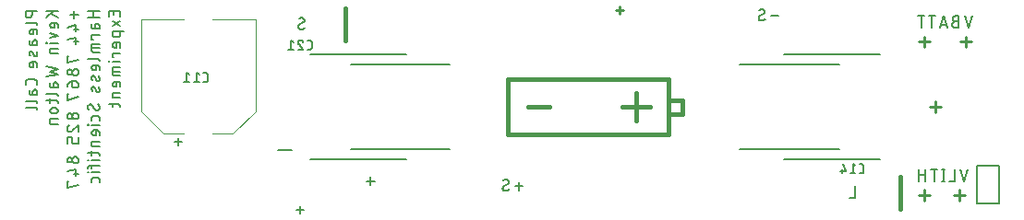
<source format=gbo>
G04 EAGLE Gerber RS-274X export*
G75*
%MOMM*%
%FSLAX34Y34*%
%LPD*%
%INBottom Silkscreen*%
%IPPOS*%
%AMOC8*
5,1,8,0,0,1.08239X$1,22.5*%
G01*
%ADD10C,0.406400*%
%ADD11C,0.279400*%
%ADD12C,0.203200*%
%ADD13C,0.254000*%
%ADD14C,0.120000*%
%ADD15C,0.152400*%
%ADD16C,0.127000*%


D10*
X834898Y36830D02*
X834898Y7366D01*
X326390Y162306D02*
X326390Y191770D01*
D11*
X883962Y19925D02*
X893953Y19925D01*
X888958Y14930D02*
X888958Y24920D01*
X890312Y161149D02*
X900303Y161149D01*
X895308Y156154D02*
X895308Y166144D01*
X862203Y161149D02*
X852212Y161149D01*
X857208Y156154D02*
X857208Y166144D01*
X862203Y19925D02*
X852212Y19925D01*
X857208Y14930D02*
X857208Y24920D01*
X862118Y101459D02*
X872109Y101459D01*
X867114Y96464D02*
X867114Y106454D01*
D12*
X352806Y33105D02*
X345694Y33105D01*
X349250Y29549D02*
X349250Y36661D01*
X288290Y6689D02*
X281178Y6689D01*
X284734Y3133D02*
X284734Y10245D01*
X176276Y69173D02*
X169164Y69173D01*
X172720Y65617D02*
X172720Y72729D01*
X897382Y174244D02*
X900938Y184912D01*
X893826Y184912D02*
X897382Y174244D01*
X888280Y180171D02*
X885317Y180171D01*
X885317Y180170D02*
X885210Y180168D01*
X885103Y180162D01*
X884997Y180153D01*
X884891Y180139D01*
X884785Y180122D01*
X884680Y180101D01*
X884576Y180076D01*
X884473Y180047D01*
X884371Y180015D01*
X884270Y179979D01*
X884171Y179939D01*
X884073Y179896D01*
X883977Y179849D01*
X883882Y179799D01*
X883789Y179746D01*
X883699Y179689D01*
X883610Y179629D01*
X883524Y179566D01*
X883440Y179500D01*
X883358Y179430D01*
X883279Y179358D01*
X883203Y179283D01*
X883129Y179205D01*
X883059Y179125D01*
X882991Y179042D01*
X882926Y178957D01*
X882865Y178870D01*
X882806Y178780D01*
X882751Y178689D01*
X882699Y178595D01*
X882651Y178499D01*
X882606Y178402D01*
X882564Y178304D01*
X882527Y178204D01*
X882492Y178102D01*
X882462Y178000D01*
X882435Y177896D01*
X882412Y177792D01*
X882393Y177686D01*
X882378Y177580D01*
X882366Y177474D01*
X882358Y177367D01*
X882354Y177260D01*
X882354Y177154D01*
X882358Y177047D01*
X882366Y176940D01*
X882378Y176834D01*
X882393Y176728D01*
X882412Y176622D01*
X882435Y176518D01*
X882462Y176414D01*
X882492Y176312D01*
X882527Y176210D01*
X882564Y176110D01*
X882606Y176012D01*
X882651Y175915D01*
X882699Y175819D01*
X882751Y175726D01*
X882806Y175634D01*
X882865Y175544D01*
X882926Y175457D01*
X882991Y175372D01*
X883059Y175289D01*
X883129Y175209D01*
X883203Y175131D01*
X883279Y175056D01*
X883358Y174984D01*
X883440Y174914D01*
X883524Y174848D01*
X883610Y174785D01*
X883699Y174725D01*
X883789Y174668D01*
X883882Y174615D01*
X883977Y174565D01*
X884073Y174518D01*
X884171Y174475D01*
X884270Y174435D01*
X884371Y174399D01*
X884473Y174367D01*
X884576Y174338D01*
X884680Y174313D01*
X884785Y174292D01*
X884891Y174275D01*
X884997Y174261D01*
X885103Y174252D01*
X885210Y174246D01*
X885317Y174244D01*
X888280Y174244D01*
X888280Y184912D01*
X885317Y184912D01*
X885220Y184910D01*
X885124Y184904D01*
X885028Y184894D01*
X884932Y184880D01*
X884837Y184863D01*
X884742Y184841D01*
X884649Y184816D01*
X884557Y184787D01*
X884466Y184754D01*
X884376Y184717D01*
X884288Y184677D01*
X884202Y184633D01*
X884118Y184586D01*
X884035Y184536D01*
X883955Y184482D01*
X883877Y184424D01*
X883801Y184364D01*
X883728Y184301D01*
X883658Y184235D01*
X883590Y184165D01*
X883525Y184094D01*
X883463Y184019D01*
X883405Y183942D01*
X883349Y183863D01*
X883297Y183782D01*
X883248Y183698D01*
X883202Y183613D01*
X883160Y183526D01*
X883122Y183437D01*
X883087Y183347D01*
X883056Y183255D01*
X883029Y183162D01*
X883005Y183069D01*
X882986Y182974D01*
X882970Y182878D01*
X882958Y182782D01*
X882950Y182686D01*
X882946Y182589D01*
X882946Y182493D01*
X882950Y182396D01*
X882958Y182300D01*
X882970Y182204D01*
X882986Y182108D01*
X883005Y182013D01*
X883029Y181920D01*
X883056Y181827D01*
X883087Y181735D01*
X883122Y181645D01*
X883160Y181556D01*
X883202Y181469D01*
X883248Y181384D01*
X883297Y181300D01*
X883349Y181219D01*
X883405Y181140D01*
X883463Y181063D01*
X883525Y180988D01*
X883590Y180917D01*
X883658Y180847D01*
X883728Y180781D01*
X883801Y180718D01*
X883877Y180658D01*
X883955Y180600D01*
X884035Y180546D01*
X884118Y180496D01*
X884202Y180449D01*
X884288Y180405D01*
X884376Y180365D01*
X884466Y180328D01*
X884557Y180295D01*
X884649Y180266D01*
X884742Y180241D01*
X884837Y180219D01*
X884932Y180202D01*
X885028Y180188D01*
X885124Y180178D01*
X885220Y180172D01*
X885317Y180170D01*
X878078Y174244D02*
X874522Y184912D01*
X870966Y174244D01*
X871855Y176911D02*
X877189Y176911D01*
X863854Y174244D02*
X863854Y184912D01*
X866817Y184912D02*
X860891Y184912D01*
X853948Y184912D02*
X853948Y174244D01*
X856911Y184912D02*
X850985Y184912D01*
X896874Y43434D02*
X893318Y32766D01*
X889762Y43434D01*
X884436Y43434D02*
X884436Y32766D01*
X879695Y32766D01*
X874268Y32766D02*
X874268Y43434D01*
X875453Y32766D02*
X873083Y32766D01*
X873083Y43434D02*
X875453Y43434D01*
X865886Y43434D02*
X865886Y32766D01*
X868849Y43434D02*
X862923Y43434D01*
X857800Y43434D02*
X857800Y32766D01*
X857800Y38693D02*
X851874Y38693D01*
X851874Y43434D02*
X851874Y32766D01*
X792988Y28448D02*
X792988Y17780D01*
X788247Y17780D01*
X285242Y172720D02*
X285147Y172722D01*
X285051Y172728D01*
X284956Y172737D01*
X284862Y172751D01*
X284768Y172768D01*
X284675Y172789D01*
X284582Y172814D01*
X284491Y172842D01*
X284401Y172874D01*
X284313Y172910D01*
X284226Y172949D01*
X284140Y172992D01*
X284057Y173038D01*
X283975Y173087D01*
X283895Y173140D01*
X283818Y173196D01*
X283742Y173254D01*
X283670Y173316D01*
X283600Y173381D01*
X283532Y173449D01*
X283467Y173519D01*
X283405Y173591D01*
X283347Y173667D01*
X283291Y173744D01*
X283238Y173824D01*
X283189Y173906D01*
X283143Y173989D01*
X283100Y174075D01*
X283061Y174162D01*
X283025Y174250D01*
X282993Y174340D01*
X282965Y174431D01*
X282940Y174524D01*
X282919Y174617D01*
X282902Y174711D01*
X282888Y174805D01*
X282879Y174900D01*
X282873Y174996D01*
X282871Y175091D01*
X285242Y172720D02*
X285378Y172722D01*
X285515Y172727D01*
X285651Y172737D01*
X285786Y172750D01*
X285922Y172766D01*
X286056Y172787D01*
X286191Y172811D01*
X286324Y172838D01*
X286457Y172870D01*
X286589Y172904D01*
X286720Y172943D01*
X286849Y172985D01*
X286978Y173030D01*
X287105Y173079D01*
X287231Y173132D01*
X287355Y173188D01*
X287478Y173247D01*
X287599Y173309D01*
X287719Y173375D01*
X287836Y173444D01*
X287952Y173517D01*
X288066Y173592D01*
X288177Y173670D01*
X288286Y173752D01*
X288394Y173836D01*
X288498Y173923D01*
X288601Y174013D01*
X288701Y174106D01*
X288798Y174202D01*
X288502Y181017D02*
X288500Y181112D01*
X288494Y181208D01*
X288485Y181303D01*
X288471Y181397D01*
X288454Y181491D01*
X288433Y181584D01*
X288408Y181677D01*
X288380Y181768D01*
X288348Y181858D01*
X288312Y181946D01*
X288273Y182033D01*
X288230Y182119D01*
X288184Y182203D01*
X288135Y182284D01*
X288082Y182364D01*
X288026Y182441D01*
X287968Y182517D01*
X287906Y182589D01*
X287841Y182659D01*
X287773Y182727D01*
X287703Y182792D01*
X287631Y182854D01*
X287555Y182912D01*
X287478Y182968D01*
X287398Y183021D01*
X287317Y183070D01*
X287233Y183116D01*
X287147Y183159D01*
X287060Y183198D01*
X286972Y183234D01*
X286882Y183266D01*
X286791Y183294D01*
X286698Y183319D01*
X286605Y183340D01*
X286511Y183357D01*
X286417Y183371D01*
X286322Y183380D01*
X286226Y183386D01*
X286131Y183388D01*
X286001Y183386D01*
X285871Y183380D01*
X285741Y183371D01*
X285612Y183358D01*
X285483Y183341D01*
X285355Y183320D01*
X285227Y183295D01*
X285100Y183267D01*
X284974Y183235D01*
X284849Y183199D01*
X284725Y183160D01*
X284603Y183117D01*
X284481Y183071D01*
X284361Y183020D01*
X284243Y182967D01*
X284126Y182910D01*
X284011Y182850D01*
X283897Y182786D01*
X283786Y182719D01*
X283676Y182649D01*
X283569Y182575D01*
X283464Y182499D01*
X287317Y178942D02*
X287398Y178993D01*
X287478Y179047D01*
X287556Y179103D01*
X287631Y179163D01*
X287704Y179226D01*
X287774Y179292D01*
X287841Y179360D01*
X287906Y179431D01*
X287968Y179505D01*
X288027Y179581D01*
X288083Y179659D01*
X288135Y179740D01*
X288185Y179822D01*
X288231Y179907D01*
X288273Y179993D01*
X288313Y180081D01*
X288348Y180170D01*
X288380Y180261D01*
X288409Y180353D01*
X288433Y180446D01*
X288454Y180539D01*
X288471Y180634D01*
X288485Y180729D01*
X288494Y180825D01*
X288500Y180921D01*
X288502Y181017D01*
X284057Y177166D02*
X283975Y177115D01*
X283895Y177061D01*
X283817Y177005D01*
X283742Y176945D01*
X283669Y176882D01*
X283599Y176816D01*
X283532Y176748D01*
X283467Y176677D01*
X283405Y176603D01*
X283346Y176527D01*
X283290Y176449D01*
X283238Y176368D01*
X283188Y176286D01*
X283142Y176201D01*
X283100Y176115D01*
X283060Y176027D01*
X283025Y175938D01*
X282993Y175847D01*
X282964Y175755D01*
X282940Y175662D01*
X282919Y175569D01*
X282902Y175474D01*
X282888Y175379D01*
X282879Y175283D01*
X282873Y175187D01*
X282871Y175091D01*
X284057Y177165D02*
X287316Y178943D01*
X43434Y189484D02*
X32766Y189484D01*
X32766Y186521D01*
X32768Y186414D01*
X32774Y186307D01*
X32783Y186201D01*
X32797Y186095D01*
X32814Y185989D01*
X32835Y185884D01*
X32860Y185780D01*
X32889Y185677D01*
X32921Y185575D01*
X32957Y185474D01*
X32997Y185375D01*
X33040Y185277D01*
X33087Y185181D01*
X33137Y185086D01*
X33190Y184993D01*
X33247Y184903D01*
X33307Y184814D01*
X33370Y184728D01*
X33436Y184644D01*
X33506Y184562D01*
X33578Y184483D01*
X33653Y184407D01*
X33731Y184333D01*
X33811Y184263D01*
X33894Y184195D01*
X33979Y184130D01*
X34066Y184069D01*
X34156Y184010D01*
X34247Y183955D01*
X34341Y183903D01*
X34437Y183855D01*
X34534Y183810D01*
X34632Y183768D01*
X34732Y183731D01*
X34834Y183696D01*
X34936Y183666D01*
X35040Y183639D01*
X35144Y183616D01*
X35250Y183597D01*
X35356Y183582D01*
X35462Y183570D01*
X35569Y183562D01*
X35676Y183558D01*
X35782Y183558D01*
X35889Y183562D01*
X35996Y183570D01*
X36102Y183582D01*
X36208Y183597D01*
X36314Y183616D01*
X36418Y183639D01*
X36522Y183666D01*
X36624Y183696D01*
X36726Y183731D01*
X36826Y183768D01*
X36924Y183810D01*
X37021Y183855D01*
X37117Y183903D01*
X37210Y183955D01*
X37302Y184010D01*
X37392Y184069D01*
X37479Y184130D01*
X37564Y184195D01*
X37647Y184263D01*
X37727Y184333D01*
X37805Y184407D01*
X37880Y184483D01*
X37952Y184562D01*
X38022Y184644D01*
X38088Y184728D01*
X38151Y184814D01*
X38211Y184903D01*
X38268Y184993D01*
X38321Y185086D01*
X38371Y185181D01*
X38418Y185277D01*
X38461Y185375D01*
X38501Y185474D01*
X38537Y185575D01*
X38569Y185677D01*
X38598Y185780D01*
X38623Y185884D01*
X38644Y185989D01*
X38661Y186095D01*
X38675Y186201D01*
X38684Y186307D01*
X38690Y186414D01*
X38692Y186521D01*
X38693Y186521D02*
X38693Y189484D01*
X41656Y178825D02*
X32766Y178825D01*
X41656Y178825D02*
X41738Y178823D01*
X41820Y178817D01*
X41902Y178808D01*
X41983Y178795D01*
X42063Y178778D01*
X42143Y178757D01*
X42221Y178733D01*
X42298Y178705D01*
X42374Y178674D01*
X42449Y178639D01*
X42521Y178600D01*
X42592Y178559D01*
X42661Y178514D01*
X42727Y178466D01*
X42792Y178415D01*
X42854Y178361D01*
X42913Y178304D01*
X42970Y178245D01*
X43024Y178183D01*
X43075Y178118D01*
X43123Y178052D01*
X43168Y177983D01*
X43209Y177912D01*
X43248Y177840D01*
X43283Y177765D01*
X43314Y177689D01*
X43342Y177612D01*
X43366Y177534D01*
X43387Y177454D01*
X43404Y177374D01*
X43417Y177293D01*
X43426Y177211D01*
X43432Y177129D01*
X43434Y177047D01*
X43434Y170984D02*
X43434Y168021D01*
X43434Y170984D02*
X43432Y171066D01*
X43426Y171148D01*
X43417Y171230D01*
X43404Y171311D01*
X43387Y171391D01*
X43366Y171471D01*
X43342Y171549D01*
X43314Y171626D01*
X43283Y171702D01*
X43248Y171777D01*
X43209Y171849D01*
X43168Y171920D01*
X43123Y171989D01*
X43075Y172055D01*
X43024Y172120D01*
X42970Y172182D01*
X42913Y172241D01*
X42854Y172298D01*
X42792Y172352D01*
X42727Y172403D01*
X42661Y172451D01*
X42592Y172496D01*
X42521Y172537D01*
X42449Y172576D01*
X42374Y172611D01*
X42298Y172642D01*
X42221Y172670D01*
X42143Y172694D01*
X42063Y172715D01*
X41983Y172732D01*
X41902Y172745D01*
X41820Y172754D01*
X41738Y172760D01*
X41656Y172762D01*
X38693Y172762D01*
X38693Y172763D02*
X38596Y172761D01*
X38500Y172755D01*
X38404Y172745D01*
X38308Y172731D01*
X38213Y172714D01*
X38118Y172692D01*
X38025Y172667D01*
X37933Y172638D01*
X37842Y172605D01*
X37752Y172568D01*
X37664Y172528D01*
X37578Y172484D01*
X37494Y172437D01*
X37411Y172387D01*
X37331Y172333D01*
X37253Y172275D01*
X37177Y172215D01*
X37104Y172152D01*
X37034Y172086D01*
X36966Y172016D01*
X36901Y171945D01*
X36839Y171870D01*
X36781Y171793D01*
X36725Y171714D01*
X36673Y171633D01*
X36624Y171549D01*
X36578Y171464D01*
X36536Y171377D01*
X36498Y171288D01*
X36463Y171198D01*
X36432Y171106D01*
X36405Y171013D01*
X36381Y170920D01*
X36362Y170825D01*
X36346Y170729D01*
X36334Y170633D01*
X36326Y170537D01*
X36322Y170440D01*
X36322Y170344D01*
X36326Y170247D01*
X36334Y170151D01*
X36346Y170055D01*
X36362Y169959D01*
X36381Y169864D01*
X36405Y169771D01*
X36432Y169678D01*
X36463Y169586D01*
X36498Y169496D01*
X36536Y169407D01*
X36578Y169320D01*
X36624Y169235D01*
X36673Y169151D01*
X36725Y169070D01*
X36781Y168991D01*
X36839Y168914D01*
X36901Y168839D01*
X36966Y168768D01*
X37034Y168698D01*
X37104Y168632D01*
X37177Y168569D01*
X37253Y168509D01*
X37331Y168451D01*
X37411Y168397D01*
X37494Y168347D01*
X37578Y168300D01*
X37664Y168256D01*
X37752Y168216D01*
X37842Y168179D01*
X37933Y168146D01*
X38025Y168117D01*
X38118Y168092D01*
X38213Y168070D01*
X38308Y168053D01*
X38404Y168039D01*
X38500Y168029D01*
X38596Y168023D01*
X38693Y168021D01*
X39878Y168021D01*
X39878Y172762D01*
X39285Y160870D02*
X39285Y158203D01*
X39286Y160870D02*
X39288Y160959D01*
X39294Y161048D01*
X39303Y161137D01*
X39317Y161225D01*
X39334Y161313D01*
X39355Y161400D01*
X39379Y161485D01*
X39408Y161570D01*
X39440Y161653D01*
X39475Y161735D01*
X39514Y161816D01*
X39556Y161894D01*
X39602Y161971D01*
X39651Y162045D01*
X39703Y162118D01*
X39759Y162188D01*
X39817Y162256D01*
X39878Y162321D01*
X39942Y162383D01*
X40008Y162443D01*
X40077Y162499D01*
X40148Y162553D01*
X40222Y162604D01*
X40297Y162651D01*
X40375Y162695D01*
X40454Y162736D01*
X40535Y162773D01*
X40618Y162807D01*
X40702Y162837D01*
X40787Y162863D01*
X40874Y162886D01*
X40961Y162905D01*
X41049Y162921D01*
X41137Y162932D01*
X41226Y162940D01*
X41315Y162944D01*
X41405Y162944D01*
X41494Y162940D01*
X41583Y162932D01*
X41671Y162921D01*
X41759Y162905D01*
X41846Y162886D01*
X41933Y162863D01*
X42018Y162837D01*
X42102Y162807D01*
X42185Y162773D01*
X42266Y162736D01*
X42345Y162695D01*
X42423Y162651D01*
X42498Y162604D01*
X42572Y162553D01*
X42643Y162499D01*
X42712Y162443D01*
X42778Y162383D01*
X42842Y162321D01*
X42903Y162256D01*
X42961Y162188D01*
X43017Y162118D01*
X43069Y162045D01*
X43118Y161971D01*
X43164Y161894D01*
X43206Y161816D01*
X43245Y161735D01*
X43280Y161653D01*
X43312Y161570D01*
X43341Y161485D01*
X43365Y161400D01*
X43386Y161313D01*
X43403Y161225D01*
X43417Y161137D01*
X43426Y161048D01*
X43432Y160959D01*
X43434Y160870D01*
X43434Y158203D01*
X38100Y158203D01*
X38018Y158205D01*
X37936Y158211D01*
X37854Y158220D01*
X37773Y158233D01*
X37693Y158250D01*
X37613Y158271D01*
X37535Y158295D01*
X37458Y158323D01*
X37382Y158354D01*
X37307Y158389D01*
X37235Y158428D01*
X37164Y158469D01*
X37095Y158514D01*
X37029Y158562D01*
X36964Y158613D01*
X36902Y158667D01*
X36843Y158724D01*
X36786Y158783D01*
X36732Y158845D01*
X36681Y158910D01*
X36633Y158976D01*
X36588Y159045D01*
X36547Y159116D01*
X36508Y159188D01*
X36473Y159263D01*
X36442Y159339D01*
X36414Y159416D01*
X36390Y159494D01*
X36369Y159574D01*
X36352Y159654D01*
X36339Y159735D01*
X36330Y159817D01*
X36324Y159899D01*
X36322Y159981D01*
X36322Y162352D01*
X39285Y151680D02*
X40471Y148717D01*
X39286Y151681D02*
X39255Y151752D01*
X39221Y151822D01*
X39184Y151890D01*
X39143Y151955D01*
X39098Y152019D01*
X39051Y152080D01*
X39000Y152139D01*
X38947Y152196D01*
X38891Y152249D01*
X38832Y152300D01*
X38771Y152347D01*
X38707Y152392D01*
X38642Y152433D01*
X38574Y152471D01*
X38504Y152505D01*
X38433Y152536D01*
X38361Y152563D01*
X38287Y152586D01*
X38212Y152606D01*
X38136Y152622D01*
X38059Y152634D01*
X37982Y152642D01*
X37905Y152646D01*
X37827Y152647D01*
X37750Y152643D01*
X37672Y152636D01*
X37596Y152624D01*
X37520Y152609D01*
X37444Y152590D01*
X37370Y152567D01*
X37297Y152541D01*
X37226Y152511D01*
X37156Y152477D01*
X37088Y152440D01*
X37022Y152399D01*
X36958Y152355D01*
X36896Y152308D01*
X36837Y152258D01*
X36781Y152205D01*
X36727Y152149D01*
X36676Y152091D01*
X36628Y152030D01*
X36583Y151967D01*
X36541Y151901D01*
X36503Y151834D01*
X36468Y151764D01*
X36437Y151693D01*
X36409Y151621D01*
X36386Y151547D01*
X36365Y151472D01*
X36349Y151397D01*
X36336Y151320D01*
X36328Y151243D01*
X36323Y151166D01*
X36322Y151088D01*
X36326Y150926D01*
X36334Y150764D01*
X36346Y150603D01*
X36362Y150442D01*
X36382Y150281D01*
X36405Y150121D01*
X36433Y149962D01*
X36464Y149803D01*
X36499Y149645D01*
X36538Y149488D01*
X36581Y149332D01*
X36627Y149177D01*
X36677Y149023D01*
X36731Y148870D01*
X36789Y148719D01*
X36850Y148569D01*
X36914Y148421D01*
X40470Y148717D02*
X40501Y148646D01*
X40535Y148576D01*
X40572Y148508D01*
X40613Y148443D01*
X40658Y148379D01*
X40705Y148318D01*
X40756Y148259D01*
X40809Y148202D01*
X40865Y148149D01*
X40924Y148098D01*
X40985Y148051D01*
X41049Y148006D01*
X41114Y147965D01*
X41182Y147927D01*
X41252Y147893D01*
X41323Y147862D01*
X41395Y147835D01*
X41469Y147812D01*
X41544Y147792D01*
X41620Y147776D01*
X41697Y147764D01*
X41774Y147756D01*
X41851Y147752D01*
X41929Y147751D01*
X42006Y147755D01*
X42084Y147762D01*
X42160Y147774D01*
X42236Y147789D01*
X42312Y147808D01*
X42386Y147831D01*
X42459Y147857D01*
X42530Y147887D01*
X42600Y147921D01*
X42668Y147958D01*
X42734Y147999D01*
X42798Y148043D01*
X42860Y148090D01*
X42919Y148140D01*
X42975Y148193D01*
X43029Y148249D01*
X43080Y148307D01*
X43128Y148368D01*
X43173Y148431D01*
X43215Y148497D01*
X43253Y148564D01*
X43288Y148634D01*
X43319Y148704D01*
X43347Y148777D01*
X43370Y148851D01*
X43391Y148926D01*
X43407Y149001D01*
X43420Y149078D01*
X43428Y149155D01*
X43433Y149232D01*
X43434Y149310D01*
X43428Y149547D01*
X43416Y149785D01*
X43399Y150022D01*
X43375Y150258D01*
X43347Y150494D01*
X43313Y150730D01*
X43273Y150964D01*
X43228Y151197D01*
X43177Y151430D01*
X43121Y151661D01*
X43059Y151890D01*
X42992Y152118D01*
X42919Y152345D01*
X42841Y152569D01*
X43434Y140885D02*
X43434Y137922D01*
X43434Y140885D02*
X43432Y140967D01*
X43426Y141049D01*
X43417Y141131D01*
X43404Y141212D01*
X43387Y141292D01*
X43366Y141372D01*
X43342Y141450D01*
X43314Y141527D01*
X43283Y141603D01*
X43248Y141678D01*
X43209Y141750D01*
X43168Y141821D01*
X43123Y141890D01*
X43075Y141956D01*
X43024Y142021D01*
X42970Y142083D01*
X42913Y142142D01*
X42854Y142199D01*
X42792Y142253D01*
X42727Y142304D01*
X42661Y142352D01*
X42592Y142397D01*
X42521Y142438D01*
X42449Y142477D01*
X42374Y142512D01*
X42298Y142543D01*
X42221Y142571D01*
X42143Y142595D01*
X42063Y142616D01*
X41983Y142633D01*
X41902Y142646D01*
X41820Y142655D01*
X41738Y142661D01*
X41656Y142663D01*
X38693Y142663D01*
X38693Y142664D02*
X38596Y142662D01*
X38500Y142656D01*
X38404Y142646D01*
X38308Y142632D01*
X38213Y142615D01*
X38118Y142593D01*
X38025Y142568D01*
X37933Y142539D01*
X37842Y142506D01*
X37752Y142469D01*
X37664Y142429D01*
X37578Y142385D01*
X37494Y142338D01*
X37411Y142288D01*
X37331Y142234D01*
X37253Y142176D01*
X37177Y142116D01*
X37104Y142053D01*
X37034Y141987D01*
X36966Y141917D01*
X36901Y141846D01*
X36839Y141771D01*
X36781Y141694D01*
X36725Y141615D01*
X36673Y141534D01*
X36624Y141450D01*
X36578Y141365D01*
X36536Y141278D01*
X36498Y141189D01*
X36463Y141099D01*
X36432Y141007D01*
X36405Y140914D01*
X36381Y140821D01*
X36362Y140726D01*
X36346Y140630D01*
X36334Y140534D01*
X36326Y140438D01*
X36322Y140341D01*
X36322Y140245D01*
X36326Y140148D01*
X36334Y140052D01*
X36346Y139956D01*
X36362Y139860D01*
X36381Y139765D01*
X36405Y139672D01*
X36432Y139579D01*
X36463Y139487D01*
X36498Y139397D01*
X36536Y139308D01*
X36578Y139221D01*
X36624Y139136D01*
X36673Y139052D01*
X36725Y138971D01*
X36781Y138892D01*
X36839Y138815D01*
X36901Y138740D01*
X36966Y138669D01*
X37034Y138599D01*
X37104Y138533D01*
X37177Y138470D01*
X37253Y138410D01*
X37331Y138352D01*
X37411Y138298D01*
X37494Y138248D01*
X37578Y138201D01*
X37664Y138157D01*
X37752Y138117D01*
X37842Y138080D01*
X37933Y138047D01*
X38025Y138018D01*
X38118Y137993D01*
X38213Y137971D01*
X38308Y137954D01*
X38404Y137940D01*
X38500Y137930D01*
X38596Y137924D01*
X38693Y137922D01*
X39878Y137922D01*
X39878Y142663D01*
X43434Y124171D02*
X43434Y121801D01*
X43434Y124171D02*
X43432Y124266D01*
X43426Y124362D01*
X43417Y124457D01*
X43403Y124551D01*
X43386Y124645D01*
X43365Y124738D01*
X43340Y124831D01*
X43312Y124922D01*
X43280Y125012D01*
X43244Y125100D01*
X43205Y125187D01*
X43162Y125273D01*
X43116Y125357D01*
X43067Y125438D01*
X43014Y125518D01*
X42958Y125595D01*
X42900Y125671D01*
X42838Y125743D01*
X42773Y125813D01*
X42705Y125881D01*
X42635Y125946D01*
X42563Y126008D01*
X42487Y126066D01*
X42410Y126122D01*
X42330Y126175D01*
X42249Y126224D01*
X42165Y126270D01*
X42079Y126313D01*
X41992Y126352D01*
X41904Y126388D01*
X41814Y126420D01*
X41723Y126448D01*
X41630Y126473D01*
X41537Y126494D01*
X41443Y126511D01*
X41349Y126525D01*
X41254Y126534D01*
X41158Y126540D01*
X41063Y126542D01*
X35137Y126542D01*
X35042Y126540D01*
X34946Y126534D01*
X34851Y126525D01*
X34757Y126511D01*
X34663Y126494D01*
X34570Y126473D01*
X34477Y126448D01*
X34386Y126420D01*
X34296Y126388D01*
X34208Y126352D01*
X34121Y126313D01*
X34035Y126270D01*
X33952Y126224D01*
X33870Y126175D01*
X33790Y126122D01*
X33713Y126066D01*
X33637Y126008D01*
X33565Y125946D01*
X33495Y125881D01*
X33427Y125813D01*
X33362Y125743D01*
X33300Y125671D01*
X33242Y125595D01*
X33186Y125518D01*
X33133Y125438D01*
X33084Y125357D01*
X33038Y125273D01*
X32995Y125187D01*
X32956Y125100D01*
X32920Y125012D01*
X32888Y124922D01*
X32860Y124831D01*
X32835Y124738D01*
X32814Y124645D01*
X32797Y124551D01*
X32783Y124457D01*
X32774Y124362D01*
X32768Y124267D01*
X32766Y124171D01*
X32766Y121801D01*
X39285Y115150D02*
X39285Y112483D01*
X39286Y115150D02*
X39288Y115239D01*
X39294Y115328D01*
X39303Y115417D01*
X39317Y115505D01*
X39334Y115593D01*
X39355Y115680D01*
X39379Y115765D01*
X39408Y115850D01*
X39440Y115933D01*
X39475Y116015D01*
X39514Y116096D01*
X39556Y116174D01*
X39602Y116251D01*
X39651Y116325D01*
X39703Y116398D01*
X39759Y116468D01*
X39817Y116536D01*
X39878Y116601D01*
X39942Y116663D01*
X40008Y116723D01*
X40077Y116779D01*
X40148Y116833D01*
X40222Y116884D01*
X40297Y116931D01*
X40375Y116975D01*
X40454Y117016D01*
X40535Y117053D01*
X40618Y117087D01*
X40702Y117117D01*
X40787Y117143D01*
X40874Y117166D01*
X40961Y117185D01*
X41049Y117201D01*
X41137Y117212D01*
X41226Y117220D01*
X41315Y117224D01*
X41405Y117224D01*
X41494Y117220D01*
X41583Y117212D01*
X41671Y117201D01*
X41759Y117185D01*
X41846Y117166D01*
X41933Y117143D01*
X42018Y117117D01*
X42102Y117087D01*
X42185Y117053D01*
X42266Y117016D01*
X42345Y116975D01*
X42423Y116931D01*
X42498Y116884D01*
X42572Y116833D01*
X42643Y116779D01*
X42712Y116723D01*
X42778Y116663D01*
X42842Y116601D01*
X42903Y116536D01*
X42961Y116468D01*
X43017Y116398D01*
X43069Y116325D01*
X43118Y116251D01*
X43164Y116174D01*
X43206Y116096D01*
X43245Y116015D01*
X43280Y115933D01*
X43312Y115850D01*
X43341Y115765D01*
X43365Y115680D01*
X43386Y115593D01*
X43403Y115505D01*
X43417Y115417D01*
X43426Y115328D01*
X43432Y115239D01*
X43434Y115150D01*
X43434Y112483D01*
X38100Y112483D01*
X38018Y112485D01*
X37936Y112491D01*
X37854Y112500D01*
X37773Y112513D01*
X37693Y112530D01*
X37613Y112551D01*
X37535Y112575D01*
X37458Y112603D01*
X37382Y112634D01*
X37307Y112669D01*
X37235Y112708D01*
X37164Y112749D01*
X37095Y112794D01*
X37029Y112842D01*
X36964Y112893D01*
X36902Y112947D01*
X36843Y113004D01*
X36786Y113063D01*
X36732Y113125D01*
X36681Y113190D01*
X36633Y113256D01*
X36588Y113325D01*
X36547Y113396D01*
X36508Y113468D01*
X36473Y113543D01*
X36442Y113619D01*
X36414Y113696D01*
X36390Y113774D01*
X36369Y113854D01*
X36352Y113934D01*
X36339Y114015D01*
X36330Y114097D01*
X36324Y114179D01*
X36322Y114261D01*
X36322Y116632D01*
X32766Y106816D02*
X41656Y106816D01*
X41738Y106814D01*
X41820Y106808D01*
X41902Y106799D01*
X41983Y106786D01*
X42063Y106769D01*
X42143Y106748D01*
X42221Y106724D01*
X42298Y106696D01*
X42374Y106665D01*
X42449Y106630D01*
X42521Y106591D01*
X42592Y106550D01*
X42661Y106505D01*
X42727Y106457D01*
X42792Y106406D01*
X42854Y106352D01*
X42913Y106295D01*
X42970Y106236D01*
X43024Y106174D01*
X43075Y106109D01*
X43123Y106043D01*
X43168Y105974D01*
X43209Y105903D01*
X43248Y105831D01*
X43283Y105756D01*
X43314Y105680D01*
X43342Y105603D01*
X43366Y105525D01*
X43387Y105445D01*
X43404Y105365D01*
X43417Y105284D01*
X43426Y105202D01*
X43432Y105120D01*
X43434Y105038D01*
X41656Y100720D02*
X32766Y100720D01*
X41656Y100720D02*
X41738Y100718D01*
X41820Y100712D01*
X41902Y100703D01*
X41983Y100690D01*
X42063Y100673D01*
X42143Y100652D01*
X42221Y100628D01*
X42298Y100600D01*
X42374Y100569D01*
X42449Y100534D01*
X42521Y100495D01*
X42592Y100454D01*
X42661Y100409D01*
X42727Y100361D01*
X42792Y100310D01*
X42854Y100256D01*
X42913Y100199D01*
X42970Y100140D01*
X43024Y100078D01*
X43075Y100013D01*
X43123Y99947D01*
X43168Y99878D01*
X43209Y99807D01*
X43248Y99735D01*
X43283Y99660D01*
X43314Y99584D01*
X43342Y99507D01*
X43366Y99429D01*
X43387Y99349D01*
X43404Y99269D01*
X43417Y99188D01*
X43426Y99106D01*
X43432Y99024D01*
X43434Y98942D01*
X51816Y189484D02*
X62484Y189484D01*
X58335Y189484D02*
X51816Y183557D01*
X55965Y187113D02*
X62484Y183557D01*
X62484Y177080D02*
X62484Y174117D01*
X62484Y177080D02*
X62482Y177162D01*
X62476Y177244D01*
X62467Y177326D01*
X62454Y177407D01*
X62437Y177487D01*
X62416Y177567D01*
X62392Y177645D01*
X62364Y177722D01*
X62333Y177798D01*
X62298Y177873D01*
X62259Y177945D01*
X62218Y178016D01*
X62173Y178085D01*
X62125Y178151D01*
X62074Y178216D01*
X62020Y178278D01*
X61963Y178337D01*
X61904Y178394D01*
X61842Y178448D01*
X61777Y178499D01*
X61711Y178547D01*
X61642Y178592D01*
X61571Y178633D01*
X61499Y178672D01*
X61424Y178707D01*
X61348Y178738D01*
X61271Y178766D01*
X61193Y178790D01*
X61113Y178811D01*
X61033Y178828D01*
X60952Y178841D01*
X60870Y178850D01*
X60788Y178856D01*
X60706Y178858D01*
X57743Y178858D01*
X57743Y178859D02*
X57646Y178857D01*
X57550Y178851D01*
X57454Y178841D01*
X57358Y178827D01*
X57263Y178810D01*
X57168Y178788D01*
X57075Y178763D01*
X56983Y178734D01*
X56892Y178701D01*
X56802Y178664D01*
X56714Y178624D01*
X56628Y178580D01*
X56544Y178533D01*
X56461Y178483D01*
X56381Y178429D01*
X56303Y178371D01*
X56227Y178311D01*
X56154Y178248D01*
X56084Y178182D01*
X56016Y178112D01*
X55951Y178041D01*
X55889Y177966D01*
X55831Y177889D01*
X55775Y177810D01*
X55723Y177729D01*
X55674Y177645D01*
X55628Y177560D01*
X55586Y177473D01*
X55548Y177384D01*
X55513Y177294D01*
X55482Y177202D01*
X55455Y177109D01*
X55431Y177016D01*
X55412Y176921D01*
X55396Y176825D01*
X55384Y176729D01*
X55376Y176633D01*
X55372Y176536D01*
X55372Y176440D01*
X55376Y176343D01*
X55384Y176247D01*
X55396Y176151D01*
X55412Y176055D01*
X55431Y175960D01*
X55455Y175867D01*
X55482Y175774D01*
X55513Y175682D01*
X55548Y175592D01*
X55586Y175503D01*
X55628Y175416D01*
X55674Y175331D01*
X55723Y175247D01*
X55775Y175166D01*
X55831Y175087D01*
X55889Y175010D01*
X55951Y174935D01*
X56016Y174864D01*
X56084Y174794D01*
X56154Y174728D01*
X56227Y174665D01*
X56303Y174605D01*
X56381Y174547D01*
X56461Y174493D01*
X56544Y174443D01*
X56628Y174396D01*
X56714Y174352D01*
X56802Y174312D01*
X56892Y174275D01*
X56983Y174242D01*
X57075Y174213D01*
X57168Y174188D01*
X57263Y174166D01*
X57358Y174149D01*
X57454Y174135D01*
X57550Y174125D01*
X57646Y174119D01*
X57743Y174117D01*
X58928Y174117D01*
X58928Y178858D01*
X55372Y169333D02*
X62484Y166963D01*
X55372Y164592D01*
X55372Y160105D02*
X62484Y160105D01*
X52409Y160401D02*
X51816Y160401D01*
X51816Y159808D01*
X52409Y159808D01*
X52409Y160401D01*
X55372Y154855D02*
X62484Y154855D01*
X55372Y154855D02*
X55372Y151892D01*
X55374Y151810D01*
X55380Y151728D01*
X55389Y151646D01*
X55402Y151565D01*
X55419Y151485D01*
X55440Y151405D01*
X55464Y151327D01*
X55492Y151250D01*
X55523Y151174D01*
X55558Y151099D01*
X55597Y151027D01*
X55638Y150956D01*
X55683Y150887D01*
X55731Y150821D01*
X55782Y150756D01*
X55836Y150694D01*
X55893Y150635D01*
X55952Y150578D01*
X56014Y150524D01*
X56079Y150473D01*
X56145Y150425D01*
X56214Y150380D01*
X56285Y150339D01*
X56357Y150300D01*
X56432Y150265D01*
X56508Y150234D01*
X56585Y150206D01*
X56663Y150182D01*
X56743Y150161D01*
X56823Y150144D01*
X56904Y150131D01*
X56986Y150122D01*
X57068Y150116D01*
X57150Y150114D01*
X62484Y150114D01*
X62484Y136186D02*
X51816Y138557D01*
X55372Y133816D02*
X62484Y136186D01*
X62484Y131445D02*
X55372Y133816D01*
X51816Y129074D02*
X62484Y131445D01*
X58335Y122008D02*
X58335Y119341D01*
X58336Y122008D02*
X58338Y122097D01*
X58344Y122186D01*
X58353Y122275D01*
X58367Y122363D01*
X58384Y122451D01*
X58405Y122538D01*
X58429Y122623D01*
X58458Y122708D01*
X58490Y122791D01*
X58525Y122873D01*
X58564Y122954D01*
X58606Y123032D01*
X58652Y123109D01*
X58701Y123183D01*
X58753Y123256D01*
X58809Y123326D01*
X58867Y123394D01*
X58928Y123459D01*
X58992Y123521D01*
X59058Y123581D01*
X59127Y123637D01*
X59198Y123691D01*
X59272Y123742D01*
X59347Y123789D01*
X59425Y123833D01*
X59504Y123874D01*
X59585Y123911D01*
X59668Y123945D01*
X59752Y123975D01*
X59837Y124001D01*
X59924Y124024D01*
X60011Y124043D01*
X60099Y124059D01*
X60187Y124070D01*
X60276Y124078D01*
X60365Y124082D01*
X60455Y124082D01*
X60544Y124078D01*
X60633Y124070D01*
X60721Y124059D01*
X60809Y124043D01*
X60896Y124024D01*
X60983Y124001D01*
X61068Y123975D01*
X61152Y123945D01*
X61235Y123911D01*
X61316Y123874D01*
X61395Y123833D01*
X61473Y123789D01*
X61548Y123742D01*
X61622Y123691D01*
X61693Y123637D01*
X61762Y123581D01*
X61828Y123521D01*
X61892Y123459D01*
X61953Y123394D01*
X62011Y123326D01*
X62067Y123256D01*
X62119Y123183D01*
X62168Y123109D01*
X62214Y123032D01*
X62256Y122954D01*
X62295Y122873D01*
X62330Y122791D01*
X62362Y122708D01*
X62391Y122623D01*
X62415Y122538D01*
X62436Y122451D01*
X62453Y122363D01*
X62467Y122275D01*
X62476Y122186D01*
X62482Y122097D01*
X62484Y122008D01*
X62484Y119341D01*
X57150Y119341D01*
X57068Y119343D01*
X56986Y119349D01*
X56904Y119358D01*
X56823Y119371D01*
X56743Y119388D01*
X56663Y119409D01*
X56585Y119433D01*
X56508Y119461D01*
X56432Y119492D01*
X56357Y119527D01*
X56285Y119566D01*
X56214Y119607D01*
X56145Y119652D01*
X56079Y119700D01*
X56014Y119751D01*
X55952Y119805D01*
X55893Y119862D01*
X55836Y119921D01*
X55782Y119983D01*
X55731Y120048D01*
X55683Y120114D01*
X55638Y120183D01*
X55597Y120254D01*
X55558Y120326D01*
X55523Y120401D01*
X55492Y120477D01*
X55464Y120554D01*
X55440Y120632D01*
X55419Y120712D01*
X55402Y120792D01*
X55389Y120873D01*
X55380Y120955D01*
X55374Y121037D01*
X55372Y121119D01*
X55372Y123490D01*
X51816Y113674D02*
X60706Y113674D01*
X60788Y113672D01*
X60870Y113666D01*
X60952Y113657D01*
X61033Y113644D01*
X61113Y113627D01*
X61193Y113606D01*
X61271Y113582D01*
X61348Y113554D01*
X61424Y113523D01*
X61499Y113488D01*
X61571Y113449D01*
X61642Y113408D01*
X61711Y113363D01*
X61777Y113315D01*
X61842Y113264D01*
X61904Y113210D01*
X61963Y113153D01*
X62020Y113094D01*
X62074Y113032D01*
X62125Y112967D01*
X62173Y112901D01*
X62218Y112832D01*
X62259Y112761D01*
X62298Y112689D01*
X62333Y112614D01*
X62364Y112538D01*
X62392Y112461D01*
X62416Y112383D01*
X62437Y112303D01*
X62454Y112223D01*
X62467Y112142D01*
X62476Y112060D01*
X62482Y111978D01*
X62484Y111896D01*
X55372Y108681D02*
X55372Y105125D01*
X51816Y107496D02*
X60706Y107496D01*
X60788Y107494D01*
X60870Y107488D01*
X60952Y107479D01*
X61033Y107466D01*
X61113Y107449D01*
X61193Y107428D01*
X61271Y107404D01*
X61348Y107376D01*
X61424Y107345D01*
X61499Y107310D01*
X61571Y107271D01*
X61642Y107230D01*
X61711Y107185D01*
X61777Y107137D01*
X61842Y107086D01*
X61904Y107032D01*
X61963Y106975D01*
X62020Y106916D01*
X62074Y106854D01*
X62125Y106789D01*
X62173Y106723D01*
X62218Y106654D01*
X62259Y106583D01*
X62298Y106511D01*
X62333Y106436D01*
X62364Y106360D01*
X62392Y106283D01*
X62416Y106205D01*
X62437Y106125D01*
X62454Y106045D01*
X62467Y105964D01*
X62476Y105882D01*
X62482Y105800D01*
X62484Y105718D01*
X62484Y105125D01*
X60113Y100373D02*
X57743Y100373D01*
X57646Y100371D01*
X57550Y100365D01*
X57454Y100355D01*
X57358Y100341D01*
X57263Y100324D01*
X57168Y100302D01*
X57075Y100277D01*
X56983Y100248D01*
X56892Y100215D01*
X56802Y100178D01*
X56714Y100138D01*
X56628Y100094D01*
X56544Y100047D01*
X56461Y99997D01*
X56381Y99943D01*
X56303Y99885D01*
X56227Y99825D01*
X56154Y99762D01*
X56084Y99696D01*
X56016Y99626D01*
X55951Y99555D01*
X55889Y99480D01*
X55831Y99403D01*
X55775Y99324D01*
X55723Y99243D01*
X55674Y99159D01*
X55628Y99074D01*
X55586Y98987D01*
X55548Y98898D01*
X55513Y98808D01*
X55482Y98716D01*
X55455Y98623D01*
X55431Y98530D01*
X55412Y98435D01*
X55396Y98339D01*
X55384Y98243D01*
X55376Y98147D01*
X55372Y98050D01*
X55372Y97954D01*
X55376Y97857D01*
X55384Y97761D01*
X55396Y97665D01*
X55412Y97569D01*
X55431Y97474D01*
X55455Y97381D01*
X55482Y97288D01*
X55513Y97196D01*
X55548Y97106D01*
X55586Y97017D01*
X55628Y96930D01*
X55674Y96845D01*
X55723Y96761D01*
X55775Y96680D01*
X55831Y96601D01*
X55889Y96524D01*
X55951Y96449D01*
X56016Y96378D01*
X56084Y96308D01*
X56154Y96242D01*
X56227Y96179D01*
X56303Y96119D01*
X56381Y96061D01*
X56461Y96007D01*
X56544Y95957D01*
X56628Y95910D01*
X56714Y95866D01*
X56802Y95826D01*
X56892Y95789D01*
X56983Y95756D01*
X57075Y95727D01*
X57168Y95702D01*
X57263Y95680D01*
X57358Y95663D01*
X57454Y95649D01*
X57550Y95639D01*
X57646Y95633D01*
X57743Y95631D01*
X60113Y95631D01*
X60210Y95633D01*
X60306Y95639D01*
X60402Y95649D01*
X60498Y95663D01*
X60593Y95680D01*
X60688Y95702D01*
X60781Y95727D01*
X60873Y95756D01*
X60964Y95789D01*
X61054Y95826D01*
X61142Y95866D01*
X61228Y95910D01*
X61312Y95957D01*
X61395Y96007D01*
X61475Y96061D01*
X61553Y96119D01*
X61629Y96179D01*
X61702Y96242D01*
X61772Y96308D01*
X61840Y96378D01*
X61905Y96449D01*
X61967Y96524D01*
X62025Y96601D01*
X62081Y96680D01*
X62133Y96761D01*
X62182Y96845D01*
X62228Y96930D01*
X62270Y97017D01*
X62308Y97106D01*
X62343Y97196D01*
X62374Y97288D01*
X62401Y97381D01*
X62425Y97474D01*
X62444Y97569D01*
X62460Y97665D01*
X62472Y97761D01*
X62480Y97857D01*
X62484Y97954D01*
X62484Y98050D01*
X62480Y98147D01*
X62472Y98243D01*
X62460Y98339D01*
X62444Y98435D01*
X62425Y98530D01*
X62401Y98623D01*
X62374Y98716D01*
X62343Y98808D01*
X62308Y98898D01*
X62270Y98987D01*
X62228Y99074D01*
X62182Y99159D01*
X62133Y99243D01*
X62081Y99324D01*
X62025Y99403D01*
X61967Y99480D01*
X61905Y99555D01*
X61840Y99626D01*
X61772Y99696D01*
X61702Y99762D01*
X61629Y99825D01*
X61553Y99885D01*
X61475Y99943D01*
X61395Y99997D01*
X61312Y100047D01*
X61228Y100094D01*
X61142Y100138D01*
X61054Y100178D01*
X60964Y100215D01*
X60873Y100248D01*
X60781Y100277D01*
X60688Y100302D01*
X60593Y100324D01*
X60498Y100341D01*
X60402Y100355D01*
X60306Y100365D01*
X60210Y100371D01*
X60113Y100373D01*
X62484Y90086D02*
X55372Y90086D01*
X55372Y87122D01*
X55374Y87040D01*
X55380Y86958D01*
X55389Y86876D01*
X55402Y86795D01*
X55419Y86715D01*
X55440Y86635D01*
X55464Y86557D01*
X55492Y86480D01*
X55523Y86404D01*
X55558Y86329D01*
X55597Y86257D01*
X55638Y86186D01*
X55683Y86117D01*
X55731Y86051D01*
X55782Y85986D01*
X55836Y85924D01*
X55893Y85865D01*
X55952Y85808D01*
X56014Y85754D01*
X56079Y85703D01*
X56145Y85655D01*
X56214Y85610D01*
X56285Y85569D01*
X56357Y85530D01*
X56432Y85495D01*
X56508Y85464D01*
X56585Y85436D01*
X56663Y85412D01*
X56743Y85391D01*
X56823Y85374D01*
X56904Y85361D01*
X56986Y85352D01*
X57068Y85346D01*
X57150Y85344D01*
X62484Y85344D01*
X77385Y182372D02*
X77385Y189484D01*
X80941Y185928D02*
X73829Y185928D01*
X79163Y176699D02*
X70866Y174329D01*
X79163Y176699D02*
X79163Y170773D01*
X76793Y172551D02*
X81534Y172551D01*
X79163Y165269D02*
X70866Y162899D01*
X79163Y165269D02*
X79163Y159343D01*
X76793Y161121D02*
X81534Y161121D01*
X72051Y147743D02*
X70866Y147743D01*
X70866Y141817D01*
X81534Y144780D01*
X78571Y136313D02*
X78464Y136311D01*
X78357Y136305D01*
X78251Y136296D01*
X78145Y136282D01*
X78039Y136265D01*
X77934Y136244D01*
X77830Y136219D01*
X77727Y136190D01*
X77625Y136158D01*
X77524Y136122D01*
X77425Y136082D01*
X77327Y136039D01*
X77231Y135992D01*
X77136Y135942D01*
X77043Y135889D01*
X76953Y135832D01*
X76864Y135772D01*
X76778Y135709D01*
X76694Y135643D01*
X76612Y135573D01*
X76533Y135501D01*
X76457Y135426D01*
X76383Y135348D01*
X76313Y135268D01*
X76245Y135185D01*
X76180Y135100D01*
X76119Y135013D01*
X76060Y134923D01*
X76005Y134832D01*
X75953Y134738D01*
X75905Y134642D01*
X75860Y134545D01*
X75818Y134447D01*
X75781Y134347D01*
X75746Y134245D01*
X75716Y134143D01*
X75689Y134039D01*
X75666Y133935D01*
X75647Y133829D01*
X75632Y133723D01*
X75620Y133617D01*
X75612Y133510D01*
X75608Y133403D01*
X75608Y133297D01*
X75612Y133190D01*
X75620Y133083D01*
X75632Y132977D01*
X75647Y132871D01*
X75666Y132765D01*
X75689Y132661D01*
X75716Y132557D01*
X75746Y132455D01*
X75781Y132353D01*
X75818Y132253D01*
X75860Y132155D01*
X75905Y132058D01*
X75953Y131962D01*
X76005Y131869D01*
X76060Y131777D01*
X76119Y131687D01*
X76180Y131600D01*
X76245Y131515D01*
X76313Y131432D01*
X76383Y131352D01*
X76457Y131274D01*
X76533Y131199D01*
X76612Y131127D01*
X76694Y131057D01*
X76778Y130991D01*
X76864Y130928D01*
X76953Y130868D01*
X77043Y130811D01*
X77136Y130758D01*
X77231Y130708D01*
X77327Y130661D01*
X77425Y130618D01*
X77524Y130578D01*
X77625Y130542D01*
X77727Y130510D01*
X77830Y130481D01*
X77934Y130456D01*
X78039Y130435D01*
X78145Y130418D01*
X78251Y130404D01*
X78357Y130395D01*
X78464Y130389D01*
X78571Y130387D01*
X78678Y130389D01*
X78785Y130395D01*
X78891Y130404D01*
X78997Y130418D01*
X79103Y130435D01*
X79208Y130456D01*
X79312Y130481D01*
X79415Y130510D01*
X79517Y130542D01*
X79618Y130578D01*
X79717Y130618D01*
X79815Y130661D01*
X79911Y130708D01*
X80006Y130758D01*
X80099Y130811D01*
X80189Y130868D01*
X80278Y130928D01*
X80364Y130991D01*
X80448Y131057D01*
X80530Y131127D01*
X80609Y131199D01*
X80685Y131274D01*
X80759Y131352D01*
X80829Y131432D01*
X80897Y131515D01*
X80962Y131600D01*
X81023Y131687D01*
X81082Y131777D01*
X81137Y131869D01*
X81189Y131962D01*
X81237Y132058D01*
X81282Y132155D01*
X81324Y132253D01*
X81361Y132353D01*
X81396Y132455D01*
X81426Y132557D01*
X81453Y132661D01*
X81476Y132765D01*
X81495Y132871D01*
X81510Y132977D01*
X81522Y133083D01*
X81530Y133190D01*
X81534Y133297D01*
X81534Y133403D01*
X81530Y133510D01*
X81522Y133617D01*
X81510Y133723D01*
X81495Y133829D01*
X81476Y133935D01*
X81453Y134039D01*
X81426Y134143D01*
X81396Y134245D01*
X81361Y134347D01*
X81324Y134447D01*
X81282Y134545D01*
X81237Y134642D01*
X81189Y134738D01*
X81137Y134831D01*
X81082Y134923D01*
X81023Y135013D01*
X80962Y135100D01*
X80897Y135185D01*
X80829Y135268D01*
X80759Y135348D01*
X80685Y135426D01*
X80609Y135501D01*
X80530Y135573D01*
X80448Y135643D01*
X80364Y135709D01*
X80278Y135772D01*
X80189Y135832D01*
X80099Y135889D01*
X80006Y135942D01*
X79911Y135992D01*
X79815Y136039D01*
X79717Y136082D01*
X79618Y136122D01*
X79517Y136158D01*
X79415Y136190D01*
X79312Y136219D01*
X79208Y136244D01*
X79103Y136265D01*
X78997Y136282D01*
X78891Y136296D01*
X78785Y136305D01*
X78678Y136311D01*
X78571Y136313D01*
X73237Y135721D02*
X73140Y135719D01*
X73044Y135713D01*
X72948Y135703D01*
X72852Y135689D01*
X72757Y135672D01*
X72662Y135650D01*
X72569Y135625D01*
X72477Y135596D01*
X72386Y135563D01*
X72296Y135526D01*
X72208Y135486D01*
X72122Y135442D01*
X72038Y135395D01*
X71955Y135345D01*
X71875Y135291D01*
X71797Y135233D01*
X71721Y135173D01*
X71648Y135110D01*
X71578Y135044D01*
X71510Y134974D01*
X71445Y134903D01*
X71383Y134828D01*
X71325Y134751D01*
X71269Y134672D01*
X71217Y134591D01*
X71168Y134507D01*
X71122Y134422D01*
X71080Y134335D01*
X71042Y134246D01*
X71007Y134156D01*
X70976Y134064D01*
X70949Y133971D01*
X70925Y133878D01*
X70906Y133783D01*
X70890Y133687D01*
X70878Y133591D01*
X70870Y133495D01*
X70866Y133398D01*
X70866Y133302D01*
X70870Y133205D01*
X70878Y133109D01*
X70890Y133013D01*
X70906Y132917D01*
X70925Y132822D01*
X70949Y132729D01*
X70976Y132636D01*
X71007Y132544D01*
X71042Y132454D01*
X71080Y132365D01*
X71122Y132278D01*
X71168Y132193D01*
X71217Y132109D01*
X71269Y132028D01*
X71325Y131949D01*
X71383Y131872D01*
X71445Y131797D01*
X71510Y131726D01*
X71578Y131656D01*
X71648Y131590D01*
X71721Y131527D01*
X71797Y131467D01*
X71875Y131409D01*
X71955Y131355D01*
X72038Y131305D01*
X72122Y131258D01*
X72208Y131214D01*
X72296Y131174D01*
X72386Y131137D01*
X72477Y131104D01*
X72569Y131075D01*
X72662Y131050D01*
X72757Y131028D01*
X72852Y131011D01*
X72948Y130997D01*
X73044Y130987D01*
X73140Y130981D01*
X73237Y130979D01*
X73334Y130981D01*
X73430Y130987D01*
X73526Y130997D01*
X73622Y131011D01*
X73717Y131028D01*
X73812Y131050D01*
X73905Y131075D01*
X73997Y131104D01*
X74088Y131137D01*
X74178Y131174D01*
X74266Y131214D01*
X74352Y131258D01*
X74436Y131305D01*
X74519Y131355D01*
X74599Y131409D01*
X74677Y131467D01*
X74753Y131527D01*
X74826Y131590D01*
X74896Y131656D01*
X74964Y131726D01*
X75029Y131797D01*
X75091Y131872D01*
X75149Y131949D01*
X75205Y132028D01*
X75257Y132109D01*
X75306Y132193D01*
X75352Y132278D01*
X75394Y132365D01*
X75432Y132454D01*
X75467Y132544D01*
X75498Y132636D01*
X75525Y132729D01*
X75549Y132822D01*
X75568Y132917D01*
X75584Y133013D01*
X75596Y133109D01*
X75604Y133205D01*
X75608Y133302D01*
X75608Y133398D01*
X75604Y133495D01*
X75596Y133591D01*
X75584Y133687D01*
X75568Y133783D01*
X75549Y133878D01*
X75525Y133971D01*
X75498Y134064D01*
X75467Y134156D01*
X75432Y134246D01*
X75394Y134335D01*
X75352Y134422D01*
X75306Y134507D01*
X75257Y134591D01*
X75205Y134672D01*
X75149Y134751D01*
X75091Y134828D01*
X75029Y134903D01*
X74964Y134974D01*
X74896Y135044D01*
X74826Y135110D01*
X74753Y135173D01*
X74677Y135233D01*
X74599Y135291D01*
X74519Y135345D01*
X74436Y135395D01*
X74352Y135442D01*
X74266Y135486D01*
X74178Y135526D01*
X74088Y135563D01*
X73997Y135596D01*
X73905Y135625D01*
X73812Y135650D01*
X73717Y135672D01*
X73622Y135689D01*
X73526Y135703D01*
X73430Y135713D01*
X73334Y135719D01*
X73237Y135721D01*
X75607Y124883D02*
X75607Y121327D01*
X75609Y121232D01*
X75615Y121136D01*
X75624Y121041D01*
X75638Y120947D01*
X75655Y120853D01*
X75676Y120760D01*
X75701Y120667D01*
X75729Y120576D01*
X75761Y120486D01*
X75797Y120398D01*
X75836Y120311D01*
X75879Y120225D01*
X75925Y120142D01*
X75974Y120060D01*
X76027Y119980D01*
X76083Y119903D01*
X76141Y119827D01*
X76203Y119755D01*
X76268Y119685D01*
X76336Y119617D01*
X76406Y119552D01*
X76478Y119490D01*
X76554Y119432D01*
X76631Y119376D01*
X76711Y119323D01*
X76792Y119274D01*
X76876Y119228D01*
X76962Y119185D01*
X77049Y119146D01*
X77137Y119110D01*
X77227Y119078D01*
X77318Y119050D01*
X77411Y119025D01*
X77504Y119004D01*
X77598Y118987D01*
X77692Y118973D01*
X77787Y118964D01*
X77883Y118958D01*
X77978Y118956D01*
X77978Y118957D02*
X78571Y118957D01*
X78678Y118959D01*
X78785Y118965D01*
X78891Y118974D01*
X78997Y118988D01*
X79103Y119005D01*
X79208Y119026D01*
X79312Y119051D01*
X79415Y119080D01*
X79517Y119112D01*
X79618Y119148D01*
X79717Y119188D01*
X79815Y119231D01*
X79911Y119278D01*
X80006Y119328D01*
X80099Y119381D01*
X80189Y119438D01*
X80278Y119498D01*
X80364Y119561D01*
X80448Y119627D01*
X80530Y119697D01*
X80609Y119769D01*
X80685Y119844D01*
X80759Y119922D01*
X80829Y120002D01*
X80897Y120085D01*
X80962Y120170D01*
X81023Y120257D01*
X81082Y120347D01*
X81137Y120438D01*
X81189Y120532D01*
X81237Y120628D01*
X81282Y120725D01*
X81324Y120823D01*
X81361Y120923D01*
X81396Y121025D01*
X81426Y121127D01*
X81453Y121231D01*
X81476Y121335D01*
X81495Y121441D01*
X81510Y121547D01*
X81522Y121653D01*
X81530Y121760D01*
X81534Y121867D01*
X81534Y121973D01*
X81530Y122080D01*
X81522Y122187D01*
X81510Y122293D01*
X81495Y122399D01*
X81476Y122505D01*
X81453Y122609D01*
X81426Y122713D01*
X81396Y122815D01*
X81361Y122917D01*
X81324Y123017D01*
X81282Y123115D01*
X81237Y123212D01*
X81189Y123308D01*
X81137Y123401D01*
X81082Y123493D01*
X81023Y123583D01*
X80962Y123670D01*
X80897Y123755D01*
X80829Y123838D01*
X80759Y123918D01*
X80685Y123996D01*
X80609Y124071D01*
X80530Y124143D01*
X80448Y124213D01*
X80364Y124279D01*
X80278Y124342D01*
X80189Y124402D01*
X80099Y124459D01*
X80006Y124512D01*
X79911Y124562D01*
X79815Y124609D01*
X79717Y124652D01*
X79618Y124692D01*
X79517Y124728D01*
X79415Y124760D01*
X79312Y124789D01*
X79208Y124814D01*
X79103Y124835D01*
X78997Y124852D01*
X78891Y124866D01*
X78785Y124875D01*
X78678Y124881D01*
X78571Y124883D01*
X75607Y124883D01*
X75472Y124881D01*
X75336Y124875D01*
X75201Y124866D01*
X75067Y124852D01*
X74932Y124835D01*
X74799Y124814D01*
X74665Y124789D01*
X74533Y124760D01*
X74402Y124727D01*
X74271Y124691D01*
X74142Y124651D01*
X74014Y124607D01*
X73887Y124560D01*
X73761Y124509D01*
X73638Y124455D01*
X73515Y124397D01*
X73395Y124335D01*
X73276Y124270D01*
X73159Y124202D01*
X73044Y124130D01*
X72931Y124056D01*
X72820Y123978D01*
X72712Y123896D01*
X72606Y123812D01*
X72502Y123725D01*
X72401Y123635D01*
X72303Y123542D01*
X72207Y123446D01*
X72114Y123348D01*
X72024Y123247D01*
X71937Y123143D01*
X71853Y123037D01*
X71771Y122929D01*
X71693Y122818D01*
X71619Y122705D01*
X71547Y122590D01*
X71479Y122473D01*
X71414Y122355D01*
X71352Y122234D01*
X71294Y122112D01*
X71240Y121988D01*
X71189Y121862D01*
X71142Y121735D01*
X71098Y121607D01*
X71058Y121478D01*
X71022Y121347D01*
X70989Y121216D01*
X70960Y121084D01*
X70935Y120951D01*
X70914Y120817D01*
X70897Y120682D01*
X70883Y120548D01*
X70874Y120413D01*
X70868Y120277D01*
X70866Y120142D01*
X70866Y113454D02*
X72051Y113454D01*
X70866Y113454D02*
X70866Y107527D01*
X81534Y110490D01*
X78571Y95927D02*
X78464Y95925D01*
X78357Y95919D01*
X78251Y95910D01*
X78145Y95896D01*
X78039Y95879D01*
X77934Y95858D01*
X77830Y95833D01*
X77727Y95804D01*
X77625Y95772D01*
X77524Y95736D01*
X77425Y95696D01*
X77327Y95653D01*
X77231Y95606D01*
X77136Y95556D01*
X77043Y95503D01*
X76953Y95446D01*
X76864Y95386D01*
X76778Y95323D01*
X76694Y95257D01*
X76612Y95187D01*
X76533Y95115D01*
X76457Y95040D01*
X76383Y94962D01*
X76313Y94882D01*
X76245Y94799D01*
X76180Y94714D01*
X76119Y94627D01*
X76060Y94537D01*
X76005Y94446D01*
X75953Y94352D01*
X75905Y94256D01*
X75860Y94159D01*
X75818Y94061D01*
X75781Y93961D01*
X75746Y93859D01*
X75716Y93757D01*
X75689Y93653D01*
X75666Y93549D01*
X75647Y93443D01*
X75632Y93337D01*
X75620Y93231D01*
X75612Y93124D01*
X75608Y93017D01*
X75608Y92911D01*
X75612Y92804D01*
X75620Y92697D01*
X75632Y92591D01*
X75647Y92485D01*
X75666Y92379D01*
X75689Y92275D01*
X75716Y92171D01*
X75746Y92069D01*
X75781Y91967D01*
X75818Y91867D01*
X75860Y91769D01*
X75905Y91672D01*
X75953Y91576D01*
X76005Y91483D01*
X76060Y91391D01*
X76119Y91301D01*
X76180Y91214D01*
X76245Y91129D01*
X76313Y91046D01*
X76383Y90966D01*
X76457Y90888D01*
X76533Y90813D01*
X76612Y90741D01*
X76694Y90671D01*
X76778Y90605D01*
X76864Y90542D01*
X76953Y90482D01*
X77043Y90425D01*
X77136Y90372D01*
X77231Y90322D01*
X77327Y90275D01*
X77425Y90232D01*
X77524Y90192D01*
X77625Y90156D01*
X77727Y90124D01*
X77830Y90095D01*
X77934Y90070D01*
X78039Y90049D01*
X78145Y90032D01*
X78251Y90018D01*
X78357Y90009D01*
X78464Y90003D01*
X78571Y90001D01*
X78678Y90003D01*
X78785Y90009D01*
X78891Y90018D01*
X78997Y90032D01*
X79103Y90049D01*
X79208Y90070D01*
X79312Y90095D01*
X79415Y90124D01*
X79517Y90156D01*
X79618Y90192D01*
X79717Y90232D01*
X79815Y90275D01*
X79911Y90322D01*
X80006Y90372D01*
X80099Y90425D01*
X80189Y90482D01*
X80278Y90542D01*
X80364Y90605D01*
X80448Y90671D01*
X80530Y90741D01*
X80609Y90813D01*
X80685Y90888D01*
X80759Y90966D01*
X80829Y91046D01*
X80897Y91129D01*
X80962Y91214D01*
X81023Y91301D01*
X81082Y91391D01*
X81137Y91482D01*
X81189Y91576D01*
X81237Y91672D01*
X81282Y91769D01*
X81324Y91867D01*
X81361Y91967D01*
X81396Y92069D01*
X81426Y92171D01*
X81453Y92275D01*
X81476Y92379D01*
X81495Y92485D01*
X81510Y92591D01*
X81522Y92697D01*
X81530Y92804D01*
X81534Y92911D01*
X81534Y93017D01*
X81530Y93124D01*
X81522Y93231D01*
X81510Y93337D01*
X81495Y93443D01*
X81476Y93549D01*
X81453Y93653D01*
X81426Y93757D01*
X81396Y93859D01*
X81361Y93961D01*
X81324Y94061D01*
X81282Y94159D01*
X81237Y94256D01*
X81189Y94352D01*
X81137Y94445D01*
X81082Y94537D01*
X81023Y94627D01*
X80962Y94714D01*
X80897Y94799D01*
X80829Y94882D01*
X80759Y94962D01*
X80685Y95040D01*
X80609Y95115D01*
X80530Y95187D01*
X80448Y95257D01*
X80364Y95323D01*
X80278Y95386D01*
X80189Y95446D01*
X80099Y95503D01*
X80006Y95556D01*
X79911Y95606D01*
X79815Y95653D01*
X79717Y95696D01*
X79618Y95736D01*
X79517Y95772D01*
X79415Y95804D01*
X79312Y95833D01*
X79208Y95858D01*
X79103Y95879D01*
X78997Y95896D01*
X78891Y95910D01*
X78785Y95919D01*
X78678Y95925D01*
X78571Y95927D01*
X73237Y95335D02*
X73140Y95333D01*
X73044Y95327D01*
X72948Y95317D01*
X72852Y95303D01*
X72757Y95286D01*
X72662Y95264D01*
X72569Y95239D01*
X72477Y95210D01*
X72386Y95177D01*
X72296Y95140D01*
X72208Y95100D01*
X72122Y95056D01*
X72038Y95009D01*
X71955Y94959D01*
X71875Y94905D01*
X71797Y94847D01*
X71721Y94787D01*
X71648Y94724D01*
X71578Y94658D01*
X71510Y94588D01*
X71445Y94517D01*
X71383Y94442D01*
X71325Y94365D01*
X71269Y94286D01*
X71217Y94205D01*
X71168Y94121D01*
X71122Y94036D01*
X71080Y93949D01*
X71042Y93860D01*
X71007Y93770D01*
X70976Y93678D01*
X70949Y93585D01*
X70925Y93492D01*
X70906Y93397D01*
X70890Y93301D01*
X70878Y93205D01*
X70870Y93109D01*
X70866Y93012D01*
X70866Y92916D01*
X70870Y92819D01*
X70878Y92723D01*
X70890Y92627D01*
X70906Y92531D01*
X70925Y92436D01*
X70949Y92343D01*
X70976Y92250D01*
X71007Y92158D01*
X71042Y92068D01*
X71080Y91979D01*
X71122Y91892D01*
X71168Y91807D01*
X71217Y91723D01*
X71269Y91642D01*
X71325Y91563D01*
X71383Y91486D01*
X71445Y91411D01*
X71510Y91340D01*
X71578Y91270D01*
X71648Y91204D01*
X71721Y91141D01*
X71797Y91081D01*
X71875Y91023D01*
X71955Y90969D01*
X72038Y90919D01*
X72122Y90872D01*
X72208Y90828D01*
X72296Y90788D01*
X72386Y90751D01*
X72477Y90718D01*
X72569Y90689D01*
X72662Y90664D01*
X72757Y90642D01*
X72852Y90625D01*
X72948Y90611D01*
X73044Y90601D01*
X73140Y90595D01*
X73237Y90593D01*
X73334Y90595D01*
X73430Y90601D01*
X73526Y90611D01*
X73622Y90625D01*
X73717Y90642D01*
X73812Y90664D01*
X73905Y90689D01*
X73997Y90718D01*
X74088Y90751D01*
X74178Y90788D01*
X74266Y90828D01*
X74352Y90872D01*
X74436Y90919D01*
X74519Y90969D01*
X74599Y91023D01*
X74677Y91081D01*
X74753Y91141D01*
X74826Y91204D01*
X74896Y91270D01*
X74964Y91340D01*
X75029Y91411D01*
X75091Y91486D01*
X75149Y91563D01*
X75205Y91642D01*
X75257Y91723D01*
X75306Y91807D01*
X75352Y91892D01*
X75394Y91979D01*
X75432Y92068D01*
X75467Y92158D01*
X75498Y92250D01*
X75525Y92343D01*
X75549Y92436D01*
X75568Y92531D01*
X75584Y92627D01*
X75596Y92723D01*
X75604Y92819D01*
X75608Y92916D01*
X75608Y93012D01*
X75604Y93109D01*
X75596Y93205D01*
X75584Y93301D01*
X75568Y93397D01*
X75549Y93492D01*
X75525Y93585D01*
X75498Y93678D01*
X75467Y93770D01*
X75432Y93860D01*
X75394Y93949D01*
X75352Y94036D01*
X75306Y94121D01*
X75257Y94205D01*
X75205Y94286D01*
X75149Y94365D01*
X75091Y94442D01*
X75029Y94517D01*
X74964Y94588D01*
X74896Y94658D01*
X74826Y94724D01*
X74753Y94787D01*
X74677Y94847D01*
X74599Y94905D01*
X74519Y94959D01*
X74436Y95009D01*
X74352Y95056D01*
X74266Y95100D01*
X74178Y95140D01*
X74088Y95177D01*
X73997Y95210D01*
X73905Y95239D01*
X73812Y95264D01*
X73717Y95286D01*
X73622Y95303D01*
X73526Y95317D01*
X73430Y95327D01*
X73334Y95333D01*
X73237Y95335D01*
X70866Y81238D02*
X70868Y81136D01*
X70874Y81034D01*
X70884Y80932D01*
X70897Y80831D01*
X70915Y80730D01*
X70936Y80630D01*
X70961Y80531D01*
X70990Y80433D01*
X71023Y80336D01*
X71059Y80241D01*
X71099Y80147D01*
X71143Y80055D01*
X71190Y79964D01*
X71241Y79875D01*
X71294Y79788D01*
X71352Y79704D01*
X71412Y79621D01*
X71475Y79541D01*
X71542Y79464D01*
X71611Y79389D01*
X71684Y79316D01*
X71759Y79247D01*
X71836Y79180D01*
X71916Y79117D01*
X71999Y79057D01*
X72083Y78999D01*
X72170Y78946D01*
X72259Y78895D01*
X72350Y78848D01*
X72442Y78804D01*
X72536Y78764D01*
X72632Y78728D01*
X72728Y78695D01*
X72826Y78666D01*
X72925Y78641D01*
X73025Y78620D01*
X73126Y78602D01*
X73227Y78589D01*
X73329Y78579D01*
X73431Y78573D01*
X73533Y78571D01*
X70866Y81238D02*
X70868Y81354D01*
X70874Y81471D01*
X70884Y81587D01*
X70898Y81702D01*
X70915Y81817D01*
X70937Y81932D01*
X70963Y82045D01*
X70992Y82158D01*
X71025Y82270D01*
X71062Y82380D01*
X71103Y82489D01*
X71147Y82597D01*
X71195Y82703D01*
X71247Y82807D01*
X71302Y82910D01*
X71360Y83011D01*
X71422Y83109D01*
X71487Y83206D01*
X71556Y83300D01*
X71628Y83392D01*
X71702Y83481D01*
X71780Y83568D01*
X71861Y83652D01*
X71944Y83733D01*
X72030Y83811D01*
X72119Y83887D01*
X72210Y83959D01*
X72304Y84028D01*
X72400Y84094D01*
X72498Y84157D01*
X72598Y84216D01*
X72700Y84272D01*
X72805Y84324D01*
X72910Y84373D01*
X73018Y84418D01*
X73126Y84460D01*
X73237Y84497D01*
X75608Y79459D02*
X75534Y79384D01*
X75457Y79312D01*
X75377Y79243D01*
X75295Y79176D01*
X75211Y79113D01*
X75124Y79053D01*
X75036Y78996D01*
X74945Y78942D01*
X74852Y78892D01*
X74758Y78845D01*
X74662Y78802D01*
X74564Y78762D01*
X74465Y78726D01*
X74365Y78693D01*
X74263Y78665D01*
X74161Y78640D01*
X74057Y78618D01*
X73953Y78601D01*
X73849Y78587D01*
X73744Y78578D01*
X73638Y78572D01*
X73533Y78570D01*
X75607Y79460D02*
X81534Y84498D01*
X81534Y78571D01*
X81534Y73068D02*
X81534Y69512D01*
X81532Y69417D01*
X81526Y69321D01*
X81517Y69226D01*
X81503Y69132D01*
X81486Y69038D01*
X81465Y68945D01*
X81440Y68852D01*
X81412Y68761D01*
X81380Y68671D01*
X81344Y68583D01*
X81305Y68496D01*
X81262Y68410D01*
X81216Y68327D01*
X81167Y68245D01*
X81114Y68165D01*
X81058Y68088D01*
X81000Y68012D01*
X80938Y67940D01*
X80873Y67870D01*
X80805Y67802D01*
X80735Y67737D01*
X80663Y67675D01*
X80587Y67617D01*
X80510Y67561D01*
X80430Y67508D01*
X80349Y67459D01*
X80265Y67413D01*
X80179Y67370D01*
X80092Y67331D01*
X80004Y67295D01*
X79914Y67263D01*
X79823Y67235D01*
X79730Y67210D01*
X79637Y67189D01*
X79543Y67172D01*
X79449Y67158D01*
X79354Y67149D01*
X79259Y67143D01*
X79163Y67141D01*
X77978Y67141D01*
X77883Y67143D01*
X77787Y67149D01*
X77692Y67158D01*
X77598Y67172D01*
X77504Y67189D01*
X77411Y67210D01*
X77318Y67235D01*
X77227Y67263D01*
X77137Y67295D01*
X77049Y67331D01*
X76962Y67370D01*
X76876Y67413D01*
X76792Y67459D01*
X76711Y67508D01*
X76631Y67561D01*
X76554Y67617D01*
X76478Y67675D01*
X76406Y67737D01*
X76336Y67802D01*
X76268Y67870D01*
X76203Y67940D01*
X76141Y68012D01*
X76083Y68088D01*
X76027Y68165D01*
X75974Y68245D01*
X75925Y68327D01*
X75879Y68410D01*
X75836Y68496D01*
X75797Y68583D01*
X75761Y68671D01*
X75729Y68761D01*
X75701Y68852D01*
X75676Y68945D01*
X75655Y69038D01*
X75638Y69132D01*
X75624Y69226D01*
X75615Y69321D01*
X75609Y69417D01*
X75607Y69512D01*
X75607Y73068D01*
X70866Y73068D01*
X70866Y67141D01*
X78571Y55541D02*
X78464Y55539D01*
X78357Y55533D01*
X78251Y55524D01*
X78145Y55510D01*
X78039Y55493D01*
X77934Y55472D01*
X77830Y55447D01*
X77727Y55418D01*
X77625Y55386D01*
X77524Y55350D01*
X77425Y55310D01*
X77327Y55267D01*
X77231Y55220D01*
X77136Y55170D01*
X77043Y55117D01*
X76953Y55060D01*
X76864Y55000D01*
X76778Y54937D01*
X76694Y54871D01*
X76612Y54801D01*
X76533Y54729D01*
X76457Y54654D01*
X76383Y54576D01*
X76313Y54496D01*
X76245Y54413D01*
X76180Y54328D01*
X76119Y54241D01*
X76060Y54151D01*
X76005Y54060D01*
X75953Y53966D01*
X75905Y53870D01*
X75860Y53773D01*
X75818Y53675D01*
X75781Y53575D01*
X75746Y53473D01*
X75716Y53371D01*
X75689Y53267D01*
X75666Y53163D01*
X75647Y53057D01*
X75632Y52951D01*
X75620Y52845D01*
X75612Y52738D01*
X75608Y52631D01*
X75608Y52525D01*
X75612Y52418D01*
X75620Y52311D01*
X75632Y52205D01*
X75647Y52099D01*
X75666Y51993D01*
X75689Y51889D01*
X75716Y51785D01*
X75746Y51683D01*
X75781Y51581D01*
X75818Y51481D01*
X75860Y51383D01*
X75905Y51286D01*
X75953Y51190D01*
X76005Y51097D01*
X76060Y51005D01*
X76119Y50915D01*
X76180Y50828D01*
X76245Y50743D01*
X76313Y50660D01*
X76383Y50580D01*
X76457Y50502D01*
X76533Y50427D01*
X76612Y50355D01*
X76694Y50285D01*
X76778Y50219D01*
X76864Y50156D01*
X76953Y50096D01*
X77043Y50039D01*
X77136Y49986D01*
X77231Y49936D01*
X77327Y49889D01*
X77425Y49846D01*
X77524Y49806D01*
X77625Y49770D01*
X77727Y49738D01*
X77830Y49709D01*
X77934Y49684D01*
X78039Y49663D01*
X78145Y49646D01*
X78251Y49632D01*
X78357Y49623D01*
X78464Y49617D01*
X78571Y49615D01*
X78678Y49617D01*
X78785Y49623D01*
X78891Y49632D01*
X78997Y49646D01*
X79103Y49663D01*
X79208Y49684D01*
X79312Y49709D01*
X79415Y49738D01*
X79517Y49770D01*
X79618Y49806D01*
X79717Y49846D01*
X79815Y49889D01*
X79911Y49936D01*
X80006Y49986D01*
X80099Y50039D01*
X80189Y50096D01*
X80278Y50156D01*
X80364Y50219D01*
X80448Y50285D01*
X80530Y50355D01*
X80609Y50427D01*
X80685Y50502D01*
X80759Y50580D01*
X80829Y50660D01*
X80897Y50743D01*
X80962Y50828D01*
X81023Y50915D01*
X81082Y51005D01*
X81137Y51096D01*
X81189Y51190D01*
X81237Y51286D01*
X81282Y51383D01*
X81324Y51481D01*
X81361Y51581D01*
X81396Y51683D01*
X81426Y51785D01*
X81453Y51889D01*
X81476Y51993D01*
X81495Y52099D01*
X81510Y52205D01*
X81522Y52311D01*
X81530Y52418D01*
X81534Y52525D01*
X81534Y52631D01*
X81530Y52738D01*
X81522Y52845D01*
X81510Y52951D01*
X81495Y53057D01*
X81476Y53163D01*
X81453Y53267D01*
X81426Y53371D01*
X81396Y53473D01*
X81361Y53575D01*
X81324Y53675D01*
X81282Y53773D01*
X81237Y53870D01*
X81189Y53966D01*
X81137Y54059D01*
X81082Y54151D01*
X81023Y54241D01*
X80962Y54328D01*
X80897Y54413D01*
X80829Y54496D01*
X80759Y54576D01*
X80685Y54654D01*
X80609Y54729D01*
X80530Y54801D01*
X80448Y54871D01*
X80364Y54937D01*
X80278Y55000D01*
X80189Y55060D01*
X80099Y55117D01*
X80006Y55170D01*
X79911Y55220D01*
X79815Y55267D01*
X79717Y55310D01*
X79618Y55350D01*
X79517Y55386D01*
X79415Y55418D01*
X79312Y55447D01*
X79208Y55472D01*
X79103Y55493D01*
X78997Y55510D01*
X78891Y55524D01*
X78785Y55533D01*
X78678Y55539D01*
X78571Y55541D01*
X73237Y54949D02*
X73140Y54947D01*
X73044Y54941D01*
X72948Y54931D01*
X72852Y54917D01*
X72757Y54900D01*
X72662Y54878D01*
X72569Y54853D01*
X72477Y54824D01*
X72386Y54791D01*
X72296Y54754D01*
X72208Y54714D01*
X72122Y54670D01*
X72038Y54623D01*
X71955Y54573D01*
X71875Y54519D01*
X71797Y54461D01*
X71721Y54401D01*
X71648Y54338D01*
X71578Y54272D01*
X71510Y54202D01*
X71445Y54131D01*
X71383Y54056D01*
X71325Y53979D01*
X71269Y53900D01*
X71217Y53819D01*
X71168Y53735D01*
X71122Y53650D01*
X71080Y53563D01*
X71042Y53474D01*
X71007Y53384D01*
X70976Y53292D01*
X70949Y53199D01*
X70925Y53106D01*
X70906Y53011D01*
X70890Y52915D01*
X70878Y52819D01*
X70870Y52723D01*
X70866Y52626D01*
X70866Y52530D01*
X70870Y52433D01*
X70878Y52337D01*
X70890Y52241D01*
X70906Y52145D01*
X70925Y52050D01*
X70949Y51957D01*
X70976Y51864D01*
X71007Y51772D01*
X71042Y51682D01*
X71080Y51593D01*
X71122Y51506D01*
X71168Y51421D01*
X71217Y51337D01*
X71269Y51256D01*
X71325Y51177D01*
X71383Y51100D01*
X71445Y51025D01*
X71510Y50954D01*
X71578Y50884D01*
X71648Y50818D01*
X71721Y50755D01*
X71797Y50695D01*
X71875Y50637D01*
X71955Y50583D01*
X72038Y50533D01*
X72122Y50486D01*
X72208Y50442D01*
X72296Y50402D01*
X72386Y50365D01*
X72477Y50332D01*
X72569Y50303D01*
X72662Y50278D01*
X72757Y50256D01*
X72852Y50239D01*
X72948Y50225D01*
X73044Y50215D01*
X73140Y50209D01*
X73237Y50207D01*
X73334Y50209D01*
X73430Y50215D01*
X73526Y50225D01*
X73622Y50239D01*
X73717Y50256D01*
X73812Y50278D01*
X73905Y50303D01*
X73997Y50332D01*
X74088Y50365D01*
X74178Y50402D01*
X74266Y50442D01*
X74352Y50486D01*
X74436Y50533D01*
X74519Y50583D01*
X74599Y50637D01*
X74677Y50695D01*
X74753Y50755D01*
X74826Y50818D01*
X74896Y50884D01*
X74964Y50954D01*
X75029Y51025D01*
X75091Y51100D01*
X75149Y51177D01*
X75205Y51256D01*
X75257Y51337D01*
X75306Y51421D01*
X75352Y51506D01*
X75394Y51593D01*
X75432Y51682D01*
X75467Y51772D01*
X75498Y51864D01*
X75525Y51957D01*
X75549Y52050D01*
X75568Y52145D01*
X75584Y52241D01*
X75596Y52337D01*
X75604Y52433D01*
X75608Y52530D01*
X75608Y52626D01*
X75604Y52723D01*
X75596Y52819D01*
X75584Y52915D01*
X75568Y53011D01*
X75549Y53106D01*
X75525Y53199D01*
X75498Y53292D01*
X75467Y53384D01*
X75432Y53474D01*
X75394Y53563D01*
X75352Y53650D01*
X75306Y53735D01*
X75257Y53819D01*
X75205Y53900D01*
X75149Y53979D01*
X75091Y54056D01*
X75029Y54131D01*
X74964Y54202D01*
X74896Y54272D01*
X74826Y54338D01*
X74753Y54401D01*
X74677Y54461D01*
X74599Y54519D01*
X74519Y54573D01*
X74436Y54623D01*
X74352Y54670D01*
X74266Y54714D01*
X74178Y54754D01*
X74088Y54791D01*
X73997Y54824D01*
X73905Y54853D01*
X73812Y54878D01*
X73717Y54900D01*
X73622Y54917D01*
X73526Y54931D01*
X73430Y54941D01*
X73334Y54947D01*
X73237Y54949D01*
X79163Y44112D02*
X70866Y41741D01*
X79163Y44112D02*
X79163Y38185D01*
X76793Y39963D02*
X81534Y39963D01*
X72051Y32682D02*
X70866Y32682D01*
X70866Y26755D01*
X81534Y29718D01*
X89916Y189484D02*
X100584Y189484D01*
X94657Y189484D02*
X94657Y183557D01*
X89916Y183557D02*
X100584Y183557D01*
X96435Y175856D02*
X96435Y173189D01*
X96436Y175856D02*
X96438Y175945D01*
X96444Y176034D01*
X96453Y176123D01*
X96467Y176211D01*
X96484Y176299D01*
X96505Y176386D01*
X96529Y176471D01*
X96558Y176556D01*
X96590Y176639D01*
X96625Y176721D01*
X96664Y176802D01*
X96706Y176880D01*
X96752Y176957D01*
X96801Y177031D01*
X96853Y177104D01*
X96909Y177174D01*
X96967Y177242D01*
X97028Y177307D01*
X97092Y177369D01*
X97158Y177429D01*
X97227Y177485D01*
X97298Y177539D01*
X97372Y177590D01*
X97447Y177637D01*
X97525Y177681D01*
X97604Y177722D01*
X97685Y177759D01*
X97768Y177793D01*
X97852Y177823D01*
X97937Y177849D01*
X98024Y177872D01*
X98111Y177891D01*
X98199Y177907D01*
X98287Y177918D01*
X98376Y177926D01*
X98465Y177930D01*
X98555Y177930D01*
X98644Y177926D01*
X98733Y177918D01*
X98821Y177907D01*
X98909Y177891D01*
X98996Y177872D01*
X99083Y177849D01*
X99168Y177823D01*
X99252Y177793D01*
X99335Y177759D01*
X99416Y177722D01*
X99495Y177681D01*
X99573Y177637D01*
X99648Y177590D01*
X99722Y177539D01*
X99793Y177485D01*
X99862Y177429D01*
X99928Y177369D01*
X99992Y177307D01*
X100053Y177242D01*
X100111Y177174D01*
X100167Y177104D01*
X100219Y177031D01*
X100268Y176957D01*
X100314Y176880D01*
X100356Y176802D01*
X100395Y176721D01*
X100430Y176639D01*
X100462Y176556D01*
X100491Y176471D01*
X100515Y176386D01*
X100536Y176299D01*
X100553Y176211D01*
X100567Y176123D01*
X100576Y176034D01*
X100582Y175945D01*
X100584Y175856D01*
X100584Y173189D01*
X95250Y173189D01*
X95168Y173191D01*
X95086Y173197D01*
X95004Y173206D01*
X94923Y173219D01*
X94843Y173236D01*
X94763Y173257D01*
X94685Y173281D01*
X94608Y173309D01*
X94532Y173340D01*
X94457Y173375D01*
X94385Y173414D01*
X94314Y173455D01*
X94245Y173500D01*
X94179Y173548D01*
X94114Y173599D01*
X94052Y173653D01*
X93993Y173710D01*
X93936Y173769D01*
X93882Y173831D01*
X93831Y173896D01*
X93783Y173962D01*
X93738Y174031D01*
X93697Y174102D01*
X93658Y174174D01*
X93623Y174249D01*
X93592Y174325D01*
X93564Y174402D01*
X93540Y174480D01*
X93519Y174560D01*
X93502Y174640D01*
X93489Y174721D01*
X93480Y174803D01*
X93474Y174885D01*
X93472Y174967D01*
X93472Y177338D01*
X93472Y167075D02*
X100584Y167075D01*
X93472Y167075D02*
X93472Y163519D01*
X94657Y163519D01*
X93472Y158835D02*
X100584Y158835D01*
X93472Y158835D02*
X93472Y153501D01*
X93474Y153419D01*
X93480Y153337D01*
X93489Y153255D01*
X93502Y153174D01*
X93519Y153094D01*
X93540Y153014D01*
X93564Y152936D01*
X93592Y152859D01*
X93623Y152783D01*
X93658Y152708D01*
X93697Y152636D01*
X93738Y152565D01*
X93783Y152496D01*
X93831Y152430D01*
X93882Y152365D01*
X93936Y152303D01*
X93993Y152244D01*
X94052Y152187D01*
X94114Y152133D01*
X94179Y152082D01*
X94245Y152034D01*
X94314Y151989D01*
X94385Y151948D01*
X94457Y151909D01*
X94532Y151874D01*
X94608Y151843D01*
X94685Y151815D01*
X94763Y151791D01*
X94843Y151770D01*
X94923Y151753D01*
X95004Y151740D01*
X95086Y151731D01*
X95168Y151725D01*
X95250Y151723D01*
X100584Y151723D01*
X100584Y155279D02*
X93472Y155279D01*
X89916Y145805D02*
X98806Y145805D01*
X98888Y145803D01*
X98970Y145797D01*
X99052Y145788D01*
X99133Y145775D01*
X99213Y145758D01*
X99293Y145737D01*
X99371Y145713D01*
X99448Y145685D01*
X99524Y145654D01*
X99599Y145619D01*
X99671Y145580D01*
X99742Y145539D01*
X99811Y145494D01*
X99877Y145446D01*
X99942Y145395D01*
X100004Y145341D01*
X100063Y145284D01*
X100120Y145225D01*
X100174Y145163D01*
X100225Y145098D01*
X100273Y145032D01*
X100318Y144963D01*
X100359Y144892D01*
X100398Y144820D01*
X100433Y144745D01*
X100464Y144669D01*
X100492Y144592D01*
X100516Y144514D01*
X100537Y144434D01*
X100554Y144354D01*
X100567Y144273D01*
X100576Y144191D01*
X100582Y144109D01*
X100584Y144027D01*
X100584Y137964D02*
X100584Y135001D01*
X100584Y137964D02*
X100582Y138046D01*
X100576Y138128D01*
X100567Y138210D01*
X100554Y138291D01*
X100537Y138371D01*
X100516Y138451D01*
X100492Y138529D01*
X100464Y138606D01*
X100433Y138682D01*
X100398Y138757D01*
X100359Y138829D01*
X100318Y138900D01*
X100273Y138969D01*
X100225Y139035D01*
X100174Y139100D01*
X100120Y139162D01*
X100063Y139221D01*
X100004Y139278D01*
X99942Y139332D01*
X99877Y139383D01*
X99811Y139431D01*
X99742Y139476D01*
X99671Y139517D01*
X99599Y139556D01*
X99524Y139591D01*
X99448Y139622D01*
X99371Y139650D01*
X99293Y139674D01*
X99213Y139695D01*
X99133Y139712D01*
X99052Y139725D01*
X98970Y139734D01*
X98888Y139740D01*
X98806Y139742D01*
X95843Y139742D01*
X95843Y139743D02*
X95746Y139741D01*
X95650Y139735D01*
X95554Y139725D01*
X95458Y139711D01*
X95363Y139694D01*
X95268Y139672D01*
X95175Y139647D01*
X95083Y139618D01*
X94992Y139585D01*
X94902Y139548D01*
X94814Y139508D01*
X94728Y139464D01*
X94644Y139417D01*
X94561Y139367D01*
X94481Y139313D01*
X94403Y139255D01*
X94327Y139195D01*
X94254Y139132D01*
X94184Y139066D01*
X94116Y138996D01*
X94051Y138925D01*
X93989Y138850D01*
X93931Y138773D01*
X93875Y138694D01*
X93823Y138613D01*
X93774Y138529D01*
X93728Y138444D01*
X93686Y138357D01*
X93648Y138268D01*
X93613Y138178D01*
X93582Y138086D01*
X93555Y137993D01*
X93531Y137900D01*
X93512Y137805D01*
X93496Y137709D01*
X93484Y137613D01*
X93476Y137517D01*
X93472Y137420D01*
X93472Y137324D01*
X93476Y137227D01*
X93484Y137131D01*
X93496Y137035D01*
X93512Y136939D01*
X93531Y136844D01*
X93555Y136751D01*
X93582Y136658D01*
X93613Y136566D01*
X93648Y136476D01*
X93686Y136387D01*
X93728Y136300D01*
X93774Y136215D01*
X93823Y136131D01*
X93875Y136050D01*
X93931Y135971D01*
X93989Y135894D01*
X94051Y135819D01*
X94116Y135748D01*
X94184Y135678D01*
X94254Y135612D01*
X94327Y135549D01*
X94403Y135489D01*
X94481Y135431D01*
X94561Y135377D01*
X94644Y135327D01*
X94728Y135280D01*
X94814Y135236D01*
X94902Y135196D01*
X94992Y135159D01*
X95083Y135126D01*
X95175Y135097D01*
X95268Y135072D01*
X95363Y135050D01*
X95458Y135033D01*
X95554Y135019D01*
X95650Y135009D01*
X95746Y135003D01*
X95843Y135001D01*
X97028Y135001D01*
X97028Y139742D01*
X96435Y128947D02*
X97621Y125984D01*
X96436Y128948D02*
X96405Y129019D01*
X96371Y129089D01*
X96334Y129157D01*
X96293Y129222D01*
X96248Y129286D01*
X96201Y129347D01*
X96150Y129406D01*
X96097Y129463D01*
X96041Y129516D01*
X95982Y129567D01*
X95921Y129614D01*
X95857Y129659D01*
X95792Y129700D01*
X95724Y129738D01*
X95654Y129772D01*
X95583Y129803D01*
X95511Y129830D01*
X95437Y129853D01*
X95362Y129873D01*
X95286Y129889D01*
X95209Y129901D01*
X95132Y129909D01*
X95055Y129913D01*
X94977Y129914D01*
X94900Y129910D01*
X94822Y129903D01*
X94746Y129891D01*
X94670Y129876D01*
X94594Y129857D01*
X94520Y129834D01*
X94447Y129808D01*
X94376Y129778D01*
X94306Y129744D01*
X94238Y129707D01*
X94172Y129666D01*
X94108Y129622D01*
X94046Y129575D01*
X93987Y129525D01*
X93931Y129472D01*
X93877Y129416D01*
X93826Y129358D01*
X93778Y129297D01*
X93733Y129234D01*
X93691Y129168D01*
X93653Y129101D01*
X93618Y129031D01*
X93587Y128960D01*
X93559Y128888D01*
X93536Y128814D01*
X93515Y128739D01*
X93499Y128664D01*
X93486Y128587D01*
X93478Y128510D01*
X93473Y128433D01*
X93472Y128355D01*
X93476Y128193D01*
X93484Y128031D01*
X93496Y127870D01*
X93512Y127709D01*
X93532Y127548D01*
X93555Y127388D01*
X93583Y127229D01*
X93614Y127070D01*
X93649Y126912D01*
X93688Y126755D01*
X93731Y126599D01*
X93777Y126444D01*
X93827Y126290D01*
X93881Y126137D01*
X93939Y125986D01*
X94000Y125836D01*
X94064Y125688D01*
X97620Y125984D02*
X97651Y125913D01*
X97685Y125843D01*
X97722Y125775D01*
X97763Y125710D01*
X97808Y125646D01*
X97855Y125585D01*
X97906Y125526D01*
X97959Y125469D01*
X98015Y125416D01*
X98074Y125365D01*
X98135Y125318D01*
X98199Y125273D01*
X98264Y125232D01*
X98332Y125194D01*
X98402Y125160D01*
X98473Y125129D01*
X98545Y125102D01*
X98619Y125079D01*
X98694Y125059D01*
X98770Y125043D01*
X98847Y125031D01*
X98924Y125023D01*
X99001Y125019D01*
X99079Y125018D01*
X99156Y125022D01*
X99234Y125029D01*
X99310Y125041D01*
X99386Y125056D01*
X99462Y125075D01*
X99536Y125098D01*
X99609Y125124D01*
X99680Y125154D01*
X99750Y125188D01*
X99818Y125225D01*
X99884Y125266D01*
X99948Y125310D01*
X100010Y125357D01*
X100069Y125407D01*
X100125Y125460D01*
X100179Y125516D01*
X100230Y125574D01*
X100278Y125635D01*
X100323Y125698D01*
X100365Y125764D01*
X100403Y125831D01*
X100438Y125901D01*
X100469Y125971D01*
X100497Y126044D01*
X100520Y126118D01*
X100541Y126193D01*
X100557Y126268D01*
X100570Y126345D01*
X100578Y126422D01*
X100583Y126499D01*
X100584Y126577D01*
X100578Y126814D01*
X100566Y127052D01*
X100549Y127289D01*
X100525Y127525D01*
X100497Y127761D01*
X100463Y127997D01*
X100423Y128231D01*
X100378Y128464D01*
X100327Y128697D01*
X100271Y128928D01*
X100209Y129157D01*
X100142Y129385D01*
X100069Y129612D01*
X99991Y129836D01*
X96435Y119041D02*
X97621Y116078D01*
X96436Y119042D02*
X96405Y119113D01*
X96371Y119183D01*
X96334Y119251D01*
X96293Y119316D01*
X96248Y119380D01*
X96201Y119441D01*
X96150Y119500D01*
X96097Y119557D01*
X96041Y119610D01*
X95982Y119661D01*
X95921Y119708D01*
X95857Y119753D01*
X95792Y119794D01*
X95724Y119832D01*
X95654Y119866D01*
X95583Y119897D01*
X95511Y119924D01*
X95437Y119947D01*
X95362Y119967D01*
X95286Y119983D01*
X95209Y119995D01*
X95132Y120003D01*
X95055Y120007D01*
X94977Y120008D01*
X94900Y120004D01*
X94822Y119997D01*
X94746Y119985D01*
X94670Y119970D01*
X94594Y119951D01*
X94520Y119928D01*
X94447Y119902D01*
X94376Y119872D01*
X94306Y119838D01*
X94238Y119801D01*
X94172Y119760D01*
X94108Y119716D01*
X94046Y119669D01*
X93987Y119619D01*
X93931Y119566D01*
X93877Y119510D01*
X93826Y119452D01*
X93778Y119391D01*
X93733Y119328D01*
X93691Y119262D01*
X93653Y119195D01*
X93618Y119125D01*
X93587Y119054D01*
X93559Y118982D01*
X93536Y118908D01*
X93515Y118833D01*
X93499Y118758D01*
X93486Y118681D01*
X93478Y118604D01*
X93473Y118527D01*
X93472Y118449D01*
X93476Y118287D01*
X93484Y118125D01*
X93496Y117964D01*
X93512Y117803D01*
X93532Y117642D01*
X93555Y117482D01*
X93583Y117323D01*
X93614Y117164D01*
X93649Y117006D01*
X93688Y116849D01*
X93731Y116693D01*
X93777Y116538D01*
X93827Y116384D01*
X93881Y116231D01*
X93939Y116080D01*
X94000Y115930D01*
X94064Y115782D01*
X97620Y116078D02*
X97651Y116007D01*
X97685Y115937D01*
X97722Y115869D01*
X97763Y115804D01*
X97808Y115740D01*
X97855Y115679D01*
X97906Y115620D01*
X97959Y115563D01*
X98015Y115510D01*
X98074Y115459D01*
X98135Y115412D01*
X98199Y115367D01*
X98264Y115326D01*
X98332Y115288D01*
X98402Y115254D01*
X98473Y115223D01*
X98545Y115196D01*
X98619Y115173D01*
X98694Y115153D01*
X98770Y115137D01*
X98847Y115125D01*
X98924Y115117D01*
X99001Y115113D01*
X99079Y115112D01*
X99156Y115116D01*
X99234Y115123D01*
X99310Y115135D01*
X99386Y115150D01*
X99462Y115169D01*
X99536Y115192D01*
X99609Y115218D01*
X99680Y115248D01*
X99750Y115282D01*
X99818Y115319D01*
X99884Y115360D01*
X99948Y115404D01*
X100010Y115451D01*
X100069Y115501D01*
X100125Y115554D01*
X100179Y115610D01*
X100230Y115668D01*
X100278Y115729D01*
X100323Y115792D01*
X100365Y115858D01*
X100403Y115925D01*
X100438Y115995D01*
X100469Y116065D01*
X100497Y116138D01*
X100520Y116212D01*
X100541Y116287D01*
X100557Y116362D01*
X100570Y116439D01*
X100578Y116516D01*
X100583Y116593D01*
X100584Y116671D01*
X100578Y116908D01*
X100566Y117146D01*
X100549Y117383D01*
X100525Y117619D01*
X100497Y117855D01*
X100463Y118091D01*
X100423Y118325D01*
X100378Y118558D01*
X100327Y118791D01*
X100271Y119022D01*
X100209Y119251D01*
X100142Y119479D01*
X100069Y119706D01*
X99991Y119930D01*
X100584Y100584D02*
X100582Y100489D01*
X100576Y100393D01*
X100567Y100298D01*
X100553Y100204D01*
X100536Y100110D01*
X100515Y100017D01*
X100490Y99924D01*
X100462Y99833D01*
X100430Y99743D01*
X100394Y99655D01*
X100355Y99568D01*
X100312Y99482D01*
X100266Y99399D01*
X100217Y99317D01*
X100164Y99237D01*
X100108Y99160D01*
X100050Y99084D01*
X99988Y99012D01*
X99923Y98942D01*
X99855Y98874D01*
X99785Y98809D01*
X99713Y98747D01*
X99637Y98689D01*
X99560Y98633D01*
X99480Y98580D01*
X99399Y98531D01*
X99315Y98485D01*
X99229Y98442D01*
X99142Y98403D01*
X99054Y98367D01*
X98964Y98335D01*
X98873Y98307D01*
X98780Y98282D01*
X98687Y98261D01*
X98593Y98244D01*
X98499Y98230D01*
X98404Y98221D01*
X98308Y98215D01*
X98213Y98213D01*
X100584Y100584D02*
X100582Y100720D01*
X100577Y100857D01*
X100567Y100993D01*
X100554Y101128D01*
X100538Y101264D01*
X100517Y101399D01*
X100493Y101533D01*
X100466Y101666D01*
X100434Y101799D01*
X100400Y101931D01*
X100361Y102062D01*
X100319Y102191D01*
X100274Y102320D01*
X100225Y102447D01*
X100172Y102573D01*
X100116Y102697D01*
X100057Y102820D01*
X99995Y102941D01*
X99929Y103061D01*
X99860Y103178D01*
X99787Y103294D01*
X99712Y103408D01*
X99634Y103519D01*
X99552Y103628D01*
X99468Y103736D01*
X99381Y103840D01*
X99291Y103943D01*
X99198Y104043D01*
X99102Y104140D01*
X92287Y103844D02*
X92192Y103842D01*
X92096Y103836D01*
X92001Y103827D01*
X91907Y103813D01*
X91813Y103796D01*
X91720Y103775D01*
X91627Y103750D01*
X91536Y103722D01*
X91446Y103690D01*
X91358Y103654D01*
X91271Y103615D01*
X91185Y103572D01*
X91102Y103526D01*
X91020Y103477D01*
X90940Y103424D01*
X90863Y103368D01*
X90787Y103310D01*
X90715Y103248D01*
X90645Y103183D01*
X90577Y103115D01*
X90512Y103045D01*
X90450Y102973D01*
X90392Y102897D01*
X90336Y102820D01*
X90283Y102740D01*
X90234Y102659D01*
X90188Y102575D01*
X90145Y102489D01*
X90106Y102402D01*
X90070Y102314D01*
X90038Y102224D01*
X90010Y102133D01*
X89985Y102040D01*
X89964Y101947D01*
X89947Y101853D01*
X89933Y101759D01*
X89924Y101664D01*
X89918Y101568D01*
X89916Y101473D01*
X89918Y101343D01*
X89924Y101213D01*
X89933Y101083D01*
X89946Y100954D01*
X89963Y100825D01*
X89984Y100697D01*
X90009Y100569D01*
X90037Y100442D01*
X90069Y100316D01*
X90105Y100191D01*
X90144Y100067D01*
X90187Y99945D01*
X90233Y99823D01*
X90284Y99703D01*
X90337Y99585D01*
X90394Y99468D01*
X90454Y99353D01*
X90518Y99239D01*
X90585Y99128D01*
X90655Y99018D01*
X90729Y98911D01*
X90805Y98806D01*
X94362Y102659D02*
X94311Y102740D01*
X94257Y102820D01*
X94201Y102898D01*
X94141Y102973D01*
X94078Y103046D01*
X94012Y103116D01*
X93944Y103183D01*
X93873Y103248D01*
X93799Y103310D01*
X93723Y103369D01*
X93645Y103425D01*
X93564Y103477D01*
X93482Y103527D01*
X93397Y103573D01*
X93311Y103615D01*
X93223Y103655D01*
X93134Y103690D01*
X93043Y103722D01*
X92951Y103751D01*
X92858Y103775D01*
X92765Y103796D01*
X92670Y103813D01*
X92575Y103827D01*
X92479Y103836D01*
X92383Y103842D01*
X92287Y103844D01*
X96138Y99398D02*
X96189Y99317D01*
X96243Y99237D01*
X96299Y99159D01*
X96359Y99084D01*
X96422Y99011D01*
X96488Y98941D01*
X96556Y98874D01*
X96627Y98809D01*
X96701Y98747D01*
X96777Y98688D01*
X96855Y98632D01*
X96936Y98580D01*
X97018Y98530D01*
X97103Y98484D01*
X97189Y98442D01*
X97277Y98402D01*
X97366Y98367D01*
X97457Y98335D01*
X97549Y98306D01*
X97642Y98282D01*
X97735Y98261D01*
X97830Y98244D01*
X97925Y98230D01*
X98021Y98221D01*
X98117Y98215D01*
X98213Y98213D01*
X96139Y99399D02*
X94361Y102658D01*
X100584Y91463D02*
X100584Y89092D01*
X100584Y91463D02*
X100582Y91545D01*
X100576Y91627D01*
X100567Y91709D01*
X100554Y91790D01*
X100537Y91870D01*
X100516Y91950D01*
X100492Y92028D01*
X100464Y92105D01*
X100433Y92181D01*
X100398Y92256D01*
X100359Y92328D01*
X100318Y92399D01*
X100273Y92468D01*
X100225Y92534D01*
X100174Y92599D01*
X100120Y92661D01*
X100063Y92720D01*
X100004Y92777D01*
X99942Y92831D01*
X99877Y92882D01*
X99811Y92930D01*
X99742Y92975D01*
X99671Y93016D01*
X99599Y93055D01*
X99524Y93090D01*
X99448Y93121D01*
X99371Y93149D01*
X99293Y93173D01*
X99213Y93194D01*
X99133Y93211D01*
X99052Y93224D01*
X98970Y93233D01*
X98888Y93239D01*
X98806Y93241D01*
X95250Y93241D01*
X95168Y93239D01*
X95086Y93233D01*
X95004Y93224D01*
X94923Y93211D01*
X94843Y93194D01*
X94763Y93173D01*
X94685Y93149D01*
X94608Y93121D01*
X94532Y93090D01*
X94457Y93055D01*
X94385Y93016D01*
X94314Y92975D01*
X94245Y92930D01*
X94179Y92882D01*
X94114Y92831D01*
X94052Y92777D01*
X93993Y92720D01*
X93936Y92661D01*
X93882Y92599D01*
X93831Y92534D01*
X93783Y92468D01*
X93738Y92399D01*
X93697Y92328D01*
X93658Y92256D01*
X93623Y92181D01*
X93592Y92105D01*
X93564Y92028D01*
X93540Y91950D01*
X93519Y91870D01*
X93502Y91790D01*
X93489Y91709D01*
X93480Y91627D01*
X93474Y91545D01*
X93472Y91463D01*
X93472Y89092D01*
X93472Y84794D02*
X100584Y84794D01*
X90509Y85090D02*
X89916Y85090D01*
X89916Y84498D01*
X90509Y84498D01*
X90509Y85090D01*
X100584Y78148D02*
X100584Y75184D01*
X100584Y78148D02*
X100582Y78230D01*
X100576Y78312D01*
X100567Y78394D01*
X100554Y78475D01*
X100537Y78555D01*
X100516Y78635D01*
X100492Y78713D01*
X100464Y78790D01*
X100433Y78866D01*
X100398Y78941D01*
X100359Y79013D01*
X100318Y79084D01*
X100273Y79153D01*
X100225Y79219D01*
X100174Y79284D01*
X100120Y79346D01*
X100063Y79405D01*
X100004Y79462D01*
X99942Y79516D01*
X99877Y79567D01*
X99811Y79615D01*
X99742Y79660D01*
X99671Y79701D01*
X99599Y79740D01*
X99524Y79775D01*
X99448Y79806D01*
X99371Y79834D01*
X99293Y79858D01*
X99213Y79879D01*
X99133Y79896D01*
X99052Y79909D01*
X98970Y79918D01*
X98888Y79924D01*
X98806Y79926D01*
X95843Y79926D01*
X95746Y79924D01*
X95650Y79918D01*
X95554Y79908D01*
X95458Y79894D01*
X95363Y79877D01*
X95268Y79855D01*
X95175Y79830D01*
X95083Y79801D01*
X94992Y79768D01*
X94902Y79731D01*
X94814Y79691D01*
X94728Y79647D01*
X94644Y79600D01*
X94561Y79550D01*
X94481Y79496D01*
X94403Y79438D01*
X94327Y79378D01*
X94254Y79315D01*
X94184Y79249D01*
X94116Y79179D01*
X94051Y79108D01*
X93989Y79033D01*
X93931Y78956D01*
X93875Y78877D01*
X93823Y78796D01*
X93774Y78712D01*
X93728Y78627D01*
X93686Y78540D01*
X93648Y78451D01*
X93613Y78361D01*
X93582Y78269D01*
X93555Y78176D01*
X93531Y78083D01*
X93512Y77988D01*
X93496Y77892D01*
X93484Y77796D01*
X93476Y77700D01*
X93472Y77603D01*
X93472Y77507D01*
X93476Y77410D01*
X93484Y77314D01*
X93496Y77218D01*
X93512Y77122D01*
X93531Y77027D01*
X93555Y76934D01*
X93582Y76841D01*
X93613Y76749D01*
X93648Y76659D01*
X93686Y76570D01*
X93728Y76483D01*
X93774Y76398D01*
X93823Y76314D01*
X93875Y76233D01*
X93931Y76154D01*
X93989Y76077D01*
X94051Y76002D01*
X94116Y75931D01*
X94184Y75861D01*
X94254Y75795D01*
X94327Y75732D01*
X94403Y75672D01*
X94481Y75614D01*
X94561Y75560D01*
X94644Y75510D01*
X94728Y75463D01*
X94814Y75419D01*
X94902Y75379D01*
X94992Y75342D01*
X95083Y75309D01*
X95175Y75280D01*
X95268Y75255D01*
X95363Y75233D01*
X95458Y75216D01*
X95554Y75202D01*
X95650Y75192D01*
X95746Y75186D01*
X95843Y75184D01*
X97028Y75184D01*
X97028Y79926D01*
X100584Y69639D02*
X93472Y69639D01*
X93472Y66675D01*
X93474Y66593D01*
X93480Y66511D01*
X93489Y66429D01*
X93502Y66348D01*
X93519Y66268D01*
X93540Y66188D01*
X93564Y66110D01*
X93592Y66033D01*
X93623Y65957D01*
X93658Y65882D01*
X93697Y65810D01*
X93738Y65739D01*
X93783Y65670D01*
X93831Y65604D01*
X93882Y65539D01*
X93936Y65477D01*
X93993Y65418D01*
X94052Y65361D01*
X94114Y65307D01*
X94179Y65256D01*
X94245Y65208D01*
X94314Y65163D01*
X94385Y65122D01*
X94457Y65083D01*
X94532Y65048D01*
X94608Y65017D01*
X94685Y64989D01*
X94763Y64965D01*
X94843Y64944D01*
X94923Y64927D01*
X95004Y64914D01*
X95086Y64905D01*
X95168Y64899D01*
X95250Y64897D01*
X100584Y64897D01*
X93472Y60421D02*
X93472Y56865D01*
X89916Y59236D02*
X98806Y59236D01*
X98888Y59234D01*
X98970Y59228D01*
X99052Y59219D01*
X99133Y59206D01*
X99213Y59189D01*
X99293Y59168D01*
X99371Y59144D01*
X99448Y59116D01*
X99524Y59085D01*
X99599Y59050D01*
X99671Y59011D01*
X99742Y58970D01*
X99811Y58925D01*
X99877Y58877D01*
X99942Y58826D01*
X100004Y58772D01*
X100063Y58715D01*
X100120Y58656D01*
X100174Y58594D01*
X100225Y58529D01*
X100273Y58463D01*
X100318Y58394D01*
X100359Y58323D01*
X100398Y58251D01*
X100433Y58176D01*
X100464Y58100D01*
X100492Y58023D01*
X100516Y57945D01*
X100537Y57865D01*
X100554Y57785D01*
X100567Y57704D01*
X100576Y57622D01*
X100582Y57540D01*
X100584Y57458D01*
X100584Y56865D01*
X100584Y52409D02*
X93472Y52409D01*
X90509Y52705D02*
X89916Y52705D01*
X89916Y52113D01*
X90509Y52113D01*
X90509Y52705D01*
X91694Y46982D02*
X100584Y46982D01*
X91694Y46982D02*
X91612Y46980D01*
X91530Y46974D01*
X91448Y46965D01*
X91367Y46952D01*
X91287Y46935D01*
X91207Y46914D01*
X91129Y46890D01*
X91052Y46862D01*
X90976Y46831D01*
X90901Y46796D01*
X90829Y46757D01*
X90758Y46716D01*
X90689Y46671D01*
X90623Y46623D01*
X90558Y46572D01*
X90496Y46518D01*
X90437Y46461D01*
X90380Y46402D01*
X90326Y46340D01*
X90275Y46275D01*
X90227Y46209D01*
X90182Y46140D01*
X90141Y46069D01*
X90102Y45997D01*
X90067Y45922D01*
X90036Y45846D01*
X90008Y45769D01*
X89984Y45691D01*
X89963Y45611D01*
X89946Y45531D01*
X89933Y45450D01*
X89924Y45368D01*
X89918Y45286D01*
X89916Y45204D01*
X89916Y44611D01*
X93472Y44611D02*
X93472Y48167D01*
X93472Y41360D02*
X100584Y41360D01*
X90509Y41656D02*
X89916Y41656D01*
X89916Y41064D01*
X90509Y41064D01*
X90509Y41656D01*
X100584Y34694D02*
X100584Y32323D01*
X100584Y34694D02*
X100582Y34776D01*
X100576Y34858D01*
X100567Y34940D01*
X100554Y35021D01*
X100537Y35101D01*
X100516Y35181D01*
X100492Y35259D01*
X100464Y35336D01*
X100433Y35412D01*
X100398Y35487D01*
X100359Y35559D01*
X100318Y35630D01*
X100273Y35699D01*
X100225Y35765D01*
X100174Y35830D01*
X100120Y35892D01*
X100063Y35951D01*
X100004Y36008D01*
X99942Y36062D01*
X99877Y36113D01*
X99811Y36161D01*
X99742Y36206D01*
X99671Y36247D01*
X99599Y36286D01*
X99524Y36321D01*
X99448Y36352D01*
X99371Y36380D01*
X99293Y36404D01*
X99213Y36425D01*
X99133Y36442D01*
X99052Y36455D01*
X98970Y36464D01*
X98888Y36470D01*
X98806Y36472D01*
X95250Y36472D01*
X95168Y36470D01*
X95086Y36464D01*
X95004Y36455D01*
X94923Y36442D01*
X94843Y36425D01*
X94763Y36404D01*
X94685Y36380D01*
X94608Y36352D01*
X94532Y36321D01*
X94457Y36286D01*
X94385Y36247D01*
X94314Y36206D01*
X94245Y36161D01*
X94179Y36113D01*
X94114Y36062D01*
X94052Y36008D01*
X93993Y35951D01*
X93936Y35892D01*
X93882Y35830D01*
X93831Y35765D01*
X93783Y35699D01*
X93738Y35630D01*
X93697Y35559D01*
X93658Y35487D01*
X93623Y35412D01*
X93592Y35336D01*
X93564Y35259D01*
X93540Y35181D01*
X93519Y35101D01*
X93502Y35021D01*
X93489Y34940D01*
X93480Y34858D01*
X93474Y34776D01*
X93472Y34694D01*
X93472Y32323D01*
X119634Y184743D02*
X119634Y189484D01*
X108966Y189484D01*
X108966Y184743D01*
X113707Y185928D02*
X113707Y189484D01*
X119634Y180543D02*
X112522Y175802D01*
X112522Y180543D02*
X119634Y175802D01*
X123190Y170549D02*
X112522Y170549D01*
X112522Y167586D01*
X112524Y167504D01*
X112530Y167422D01*
X112539Y167340D01*
X112552Y167259D01*
X112569Y167179D01*
X112590Y167099D01*
X112614Y167021D01*
X112642Y166944D01*
X112673Y166868D01*
X112708Y166793D01*
X112747Y166721D01*
X112788Y166650D01*
X112833Y166581D01*
X112881Y166515D01*
X112932Y166450D01*
X112986Y166388D01*
X113043Y166329D01*
X113102Y166272D01*
X113164Y166218D01*
X113229Y166167D01*
X113295Y166119D01*
X113364Y166074D01*
X113435Y166033D01*
X113507Y165994D01*
X113582Y165959D01*
X113658Y165928D01*
X113735Y165900D01*
X113813Y165876D01*
X113893Y165855D01*
X113973Y165838D01*
X114054Y165825D01*
X114136Y165816D01*
X114218Y165810D01*
X114300Y165808D01*
X117856Y165808D01*
X117938Y165810D01*
X118020Y165816D01*
X118102Y165825D01*
X118183Y165838D01*
X118263Y165855D01*
X118343Y165876D01*
X118421Y165900D01*
X118498Y165928D01*
X118574Y165959D01*
X118649Y165994D01*
X118721Y166033D01*
X118792Y166074D01*
X118861Y166119D01*
X118927Y166167D01*
X118992Y166218D01*
X119054Y166272D01*
X119113Y166329D01*
X119170Y166388D01*
X119224Y166450D01*
X119275Y166515D01*
X119323Y166581D01*
X119368Y166650D01*
X119409Y166721D01*
X119448Y166793D01*
X119483Y166868D01*
X119514Y166944D01*
X119542Y167021D01*
X119566Y167099D01*
X119587Y167179D01*
X119604Y167259D01*
X119617Y167340D01*
X119626Y167422D01*
X119632Y167504D01*
X119634Y167586D01*
X119634Y170549D01*
X119634Y158953D02*
X119634Y155990D01*
X119634Y158953D02*
X119632Y159035D01*
X119626Y159117D01*
X119617Y159199D01*
X119604Y159280D01*
X119587Y159360D01*
X119566Y159440D01*
X119542Y159518D01*
X119514Y159595D01*
X119483Y159671D01*
X119448Y159746D01*
X119409Y159818D01*
X119368Y159889D01*
X119323Y159958D01*
X119275Y160024D01*
X119224Y160089D01*
X119170Y160151D01*
X119113Y160210D01*
X119054Y160267D01*
X118992Y160321D01*
X118927Y160372D01*
X118861Y160420D01*
X118792Y160465D01*
X118721Y160506D01*
X118649Y160545D01*
X118574Y160580D01*
X118498Y160611D01*
X118421Y160639D01*
X118343Y160663D01*
X118263Y160684D01*
X118183Y160701D01*
X118102Y160714D01*
X118020Y160723D01*
X117938Y160729D01*
X117856Y160731D01*
X114893Y160731D01*
X114893Y160732D02*
X114796Y160730D01*
X114700Y160724D01*
X114604Y160714D01*
X114508Y160700D01*
X114413Y160683D01*
X114318Y160661D01*
X114225Y160636D01*
X114133Y160607D01*
X114042Y160574D01*
X113952Y160537D01*
X113864Y160497D01*
X113778Y160453D01*
X113694Y160406D01*
X113611Y160356D01*
X113531Y160302D01*
X113453Y160244D01*
X113377Y160184D01*
X113304Y160121D01*
X113234Y160055D01*
X113166Y159985D01*
X113101Y159914D01*
X113039Y159839D01*
X112981Y159762D01*
X112925Y159683D01*
X112873Y159602D01*
X112824Y159518D01*
X112778Y159433D01*
X112736Y159346D01*
X112698Y159257D01*
X112663Y159167D01*
X112632Y159075D01*
X112605Y158982D01*
X112581Y158889D01*
X112562Y158794D01*
X112546Y158698D01*
X112534Y158602D01*
X112526Y158506D01*
X112522Y158409D01*
X112522Y158313D01*
X112526Y158216D01*
X112534Y158120D01*
X112546Y158024D01*
X112562Y157928D01*
X112581Y157833D01*
X112605Y157740D01*
X112632Y157647D01*
X112663Y157555D01*
X112698Y157465D01*
X112736Y157376D01*
X112778Y157289D01*
X112824Y157204D01*
X112873Y157120D01*
X112925Y157039D01*
X112981Y156960D01*
X113039Y156883D01*
X113101Y156808D01*
X113166Y156737D01*
X113234Y156667D01*
X113304Y156601D01*
X113377Y156538D01*
X113453Y156478D01*
X113531Y156420D01*
X113611Y156366D01*
X113694Y156316D01*
X113778Y156269D01*
X113864Y156225D01*
X113952Y156185D01*
X114042Y156148D01*
X114133Y156115D01*
X114225Y156086D01*
X114318Y156061D01*
X114413Y156039D01*
X114508Y156022D01*
X114604Y156008D01*
X114700Y155998D01*
X114796Y155992D01*
X114893Y155990D01*
X116078Y155990D01*
X116078Y160731D01*
X119634Y150345D02*
X112522Y150345D01*
X112522Y146789D01*
X113707Y146789D01*
X112522Y143121D02*
X119634Y143121D01*
X109559Y143417D02*
X108966Y143417D01*
X108966Y142824D01*
X109559Y142824D01*
X109559Y143417D01*
X112522Y137533D02*
X119634Y137533D01*
X112522Y137533D02*
X112522Y132199D01*
X112524Y132117D01*
X112530Y132035D01*
X112539Y131953D01*
X112552Y131872D01*
X112569Y131792D01*
X112590Y131712D01*
X112614Y131634D01*
X112642Y131557D01*
X112673Y131481D01*
X112708Y131406D01*
X112747Y131334D01*
X112788Y131263D01*
X112833Y131194D01*
X112881Y131128D01*
X112932Y131063D01*
X112986Y131001D01*
X113043Y130942D01*
X113102Y130885D01*
X113164Y130831D01*
X113229Y130780D01*
X113295Y130732D01*
X113364Y130687D01*
X113435Y130646D01*
X113507Y130607D01*
X113582Y130572D01*
X113658Y130541D01*
X113735Y130513D01*
X113813Y130489D01*
X113893Y130468D01*
X113973Y130451D01*
X114054Y130438D01*
X114136Y130429D01*
X114218Y130423D01*
X114300Y130421D01*
X119634Y130421D01*
X119634Y133977D02*
X112522Y133977D01*
X119634Y122758D02*
X119634Y119795D01*
X119634Y122758D02*
X119632Y122840D01*
X119626Y122922D01*
X119617Y123004D01*
X119604Y123085D01*
X119587Y123165D01*
X119566Y123245D01*
X119542Y123323D01*
X119514Y123400D01*
X119483Y123476D01*
X119448Y123551D01*
X119409Y123623D01*
X119368Y123694D01*
X119323Y123763D01*
X119275Y123829D01*
X119224Y123894D01*
X119170Y123956D01*
X119113Y124015D01*
X119054Y124072D01*
X118992Y124126D01*
X118927Y124177D01*
X118861Y124225D01*
X118792Y124270D01*
X118721Y124311D01*
X118649Y124350D01*
X118574Y124385D01*
X118498Y124416D01*
X118421Y124444D01*
X118343Y124468D01*
X118263Y124489D01*
X118183Y124506D01*
X118102Y124519D01*
X118020Y124528D01*
X117938Y124534D01*
X117856Y124536D01*
X114893Y124536D01*
X114893Y124537D02*
X114796Y124535D01*
X114700Y124529D01*
X114604Y124519D01*
X114508Y124505D01*
X114413Y124488D01*
X114318Y124466D01*
X114225Y124441D01*
X114133Y124412D01*
X114042Y124379D01*
X113952Y124342D01*
X113864Y124302D01*
X113778Y124258D01*
X113694Y124211D01*
X113611Y124161D01*
X113531Y124107D01*
X113453Y124049D01*
X113377Y123989D01*
X113304Y123926D01*
X113234Y123860D01*
X113166Y123790D01*
X113101Y123719D01*
X113039Y123644D01*
X112981Y123567D01*
X112925Y123488D01*
X112873Y123407D01*
X112824Y123323D01*
X112778Y123238D01*
X112736Y123151D01*
X112698Y123062D01*
X112663Y122972D01*
X112632Y122880D01*
X112605Y122787D01*
X112581Y122694D01*
X112562Y122599D01*
X112546Y122503D01*
X112534Y122407D01*
X112526Y122311D01*
X112522Y122214D01*
X112522Y122118D01*
X112526Y122021D01*
X112534Y121925D01*
X112546Y121829D01*
X112562Y121733D01*
X112581Y121638D01*
X112605Y121545D01*
X112632Y121452D01*
X112663Y121360D01*
X112698Y121270D01*
X112736Y121181D01*
X112778Y121094D01*
X112824Y121009D01*
X112873Y120925D01*
X112925Y120844D01*
X112981Y120765D01*
X113039Y120688D01*
X113101Y120613D01*
X113166Y120542D01*
X113234Y120472D01*
X113304Y120406D01*
X113377Y120343D01*
X113453Y120283D01*
X113531Y120225D01*
X113611Y120171D01*
X113694Y120121D01*
X113778Y120074D01*
X113864Y120030D01*
X113952Y119990D01*
X114042Y119953D01*
X114133Y119920D01*
X114225Y119891D01*
X114318Y119866D01*
X114413Y119844D01*
X114508Y119827D01*
X114604Y119813D01*
X114700Y119803D01*
X114796Y119797D01*
X114893Y119795D01*
X116078Y119795D01*
X116078Y124536D01*
X119634Y114249D02*
X112522Y114249D01*
X112522Y111286D01*
X112524Y111204D01*
X112530Y111122D01*
X112539Y111040D01*
X112552Y110959D01*
X112569Y110879D01*
X112590Y110799D01*
X112614Y110721D01*
X112642Y110644D01*
X112673Y110568D01*
X112708Y110493D01*
X112747Y110421D01*
X112788Y110350D01*
X112833Y110281D01*
X112881Y110215D01*
X112932Y110150D01*
X112986Y110088D01*
X113043Y110029D01*
X113102Y109972D01*
X113164Y109918D01*
X113229Y109867D01*
X113295Y109819D01*
X113364Y109774D01*
X113435Y109733D01*
X113507Y109694D01*
X113582Y109659D01*
X113658Y109628D01*
X113735Y109600D01*
X113813Y109576D01*
X113893Y109555D01*
X113973Y109538D01*
X114054Y109525D01*
X114136Y109516D01*
X114218Y109510D01*
X114300Y109508D01*
X119634Y109508D01*
X112522Y105032D02*
X112522Y101476D01*
X108966Y103847D02*
X117856Y103847D01*
X117938Y103845D01*
X118020Y103839D01*
X118102Y103830D01*
X118183Y103817D01*
X118263Y103800D01*
X118343Y103779D01*
X118421Y103755D01*
X118498Y103727D01*
X118574Y103696D01*
X118649Y103661D01*
X118721Y103622D01*
X118792Y103581D01*
X118861Y103536D01*
X118927Y103488D01*
X118992Y103437D01*
X119054Y103383D01*
X119113Y103326D01*
X119170Y103267D01*
X119224Y103205D01*
X119275Y103140D01*
X119323Y103074D01*
X119368Y103005D01*
X119409Y102934D01*
X119448Y102862D01*
X119483Y102787D01*
X119514Y102711D01*
X119542Y102634D01*
X119566Y102556D01*
X119587Y102476D01*
X119604Y102396D01*
X119617Y102315D01*
X119626Y102233D01*
X119632Y102151D01*
X119634Y102069D01*
X119634Y101476D01*
D13*
X574379Y190387D02*
X581152Y190387D01*
X577765Y187000D02*
X577765Y193774D01*
D12*
X277176Y61668D02*
X264476Y61668D01*
D14*
X222546Y76532D02*
X204125Y76532D01*
X222546Y76532D02*
X243508Y97494D01*
X243508Y181532D01*
X204125Y181532D01*
X177891Y76532D02*
X159470Y76532D01*
X138508Y97494D01*
X138508Y181532D01*
X177891Y181532D01*
D15*
X195938Y124284D02*
X197857Y124284D01*
X197943Y124286D01*
X198029Y124292D01*
X198115Y124301D01*
X198200Y124315D01*
X198284Y124332D01*
X198368Y124353D01*
X198450Y124378D01*
X198531Y124406D01*
X198611Y124438D01*
X198690Y124474D01*
X198766Y124513D01*
X198841Y124556D01*
X198914Y124601D01*
X198985Y124651D01*
X199053Y124703D01*
X199120Y124758D01*
X199183Y124816D01*
X199244Y124877D01*
X199302Y124940D01*
X199357Y125007D01*
X199410Y125075D01*
X199459Y125146D01*
X199504Y125219D01*
X199547Y125294D01*
X199586Y125370D01*
X199622Y125449D01*
X199654Y125529D01*
X199682Y125610D01*
X199707Y125693D01*
X199728Y125776D01*
X199745Y125860D01*
X199759Y125945D01*
X199768Y126031D01*
X199774Y126117D01*
X199776Y126203D01*
X199776Y131001D01*
X199774Y131087D01*
X199768Y131173D01*
X199759Y131259D01*
X199745Y131344D01*
X199728Y131428D01*
X199707Y131512D01*
X199682Y131594D01*
X199654Y131675D01*
X199622Y131755D01*
X199586Y131834D01*
X199547Y131910D01*
X199504Y131985D01*
X199459Y132058D01*
X199410Y132129D01*
X199357Y132197D01*
X199302Y132264D01*
X199244Y132327D01*
X199183Y132388D01*
X199120Y132446D01*
X199054Y132501D01*
X198985Y132553D01*
X198914Y132603D01*
X198841Y132648D01*
X198766Y132691D01*
X198690Y132730D01*
X198611Y132766D01*
X198531Y132798D01*
X198450Y132826D01*
X198368Y132851D01*
X198284Y132872D01*
X198200Y132889D01*
X198115Y132903D01*
X198029Y132912D01*
X197943Y132918D01*
X197857Y132920D01*
X195938Y132920D01*
X192118Y131001D02*
X189719Y132920D01*
X189719Y124284D01*
X192118Y124284D02*
X187320Y124284D01*
X182974Y131001D02*
X180575Y132920D01*
X180575Y124284D01*
X182974Y124284D02*
X178176Y124284D01*
X797532Y40132D02*
X799451Y40132D01*
X799537Y40134D01*
X799623Y40140D01*
X799709Y40149D01*
X799794Y40163D01*
X799878Y40180D01*
X799962Y40201D01*
X800044Y40226D01*
X800125Y40254D01*
X800205Y40286D01*
X800284Y40322D01*
X800360Y40361D01*
X800435Y40404D01*
X800508Y40449D01*
X800579Y40499D01*
X800647Y40551D01*
X800714Y40606D01*
X800777Y40664D01*
X800838Y40725D01*
X800896Y40788D01*
X800951Y40855D01*
X801004Y40923D01*
X801053Y40994D01*
X801098Y41067D01*
X801141Y41142D01*
X801180Y41218D01*
X801216Y41297D01*
X801248Y41377D01*
X801276Y41458D01*
X801301Y41541D01*
X801322Y41624D01*
X801339Y41708D01*
X801353Y41793D01*
X801362Y41879D01*
X801368Y41965D01*
X801370Y42051D01*
X801370Y46849D01*
X801368Y46935D01*
X801362Y47021D01*
X801353Y47107D01*
X801339Y47192D01*
X801322Y47276D01*
X801301Y47360D01*
X801276Y47442D01*
X801248Y47523D01*
X801216Y47603D01*
X801180Y47682D01*
X801141Y47758D01*
X801098Y47833D01*
X801053Y47906D01*
X801004Y47977D01*
X800951Y48045D01*
X800896Y48112D01*
X800838Y48175D01*
X800777Y48236D01*
X800714Y48294D01*
X800648Y48349D01*
X800579Y48401D01*
X800508Y48451D01*
X800435Y48496D01*
X800360Y48539D01*
X800284Y48578D01*
X800205Y48614D01*
X800125Y48646D01*
X800044Y48674D01*
X799962Y48699D01*
X799878Y48720D01*
X799794Y48737D01*
X799709Y48751D01*
X799623Y48760D01*
X799537Y48766D01*
X799451Y48768D01*
X797532Y48768D01*
X793712Y46849D02*
X791313Y48768D01*
X791313Y40132D01*
X793712Y40132D02*
X788914Y40132D01*
X784568Y42051D02*
X782649Y48768D01*
X784568Y42051D02*
X779770Y42051D01*
X781209Y43970D02*
X781209Y40132D01*
D12*
X488694Y28329D02*
X481582Y28329D01*
X485138Y24773D02*
X485138Y31885D01*
X472734Y24180D02*
X472639Y24182D01*
X472543Y24188D01*
X472448Y24197D01*
X472354Y24211D01*
X472260Y24228D01*
X472167Y24249D01*
X472074Y24274D01*
X471983Y24302D01*
X471893Y24334D01*
X471805Y24370D01*
X471718Y24409D01*
X471632Y24452D01*
X471549Y24498D01*
X471467Y24547D01*
X471387Y24600D01*
X471310Y24656D01*
X471234Y24714D01*
X471162Y24776D01*
X471092Y24841D01*
X471024Y24909D01*
X470959Y24979D01*
X470897Y25051D01*
X470839Y25127D01*
X470783Y25204D01*
X470730Y25284D01*
X470681Y25366D01*
X470635Y25449D01*
X470592Y25535D01*
X470553Y25622D01*
X470517Y25710D01*
X470485Y25800D01*
X470457Y25891D01*
X470432Y25984D01*
X470411Y26077D01*
X470394Y26171D01*
X470380Y26265D01*
X470371Y26360D01*
X470365Y26456D01*
X470363Y26551D01*
X472734Y24180D02*
X472870Y24182D01*
X473007Y24187D01*
X473143Y24197D01*
X473278Y24210D01*
X473414Y24226D01*
X473548Y24247D01*
X473683Y24271D01*
X473816Y24298D01*
X473949Y24330D01*
X474081Y24364D01*
X474212Y24403D01*
X474341Y24445D01*
X474470Y24490D01*
X474597Y24539D01*
X474723Y24592D01*
X474847Y24648D01*
X474970Y24707D01*
X475091Y24769D01*
X475211Y24835D01*
X475328Y24904D01*
X475444Y24977D01*
X475558Y25052D01*
X475669Y25130D01*
X475778Y25212D01*
X475886Y25296D01*
X475990Y25383D01*
X476093Y25473D01*
X476193Y25566D01*
X476290Y25662D01*
X475994Y32477D02*
X475992Y32572D01*
X475986Y32668D01*
X475977Y32763D01*
X475963Y32857D01*
X475946Y32951D01*
X475925Y33044D01*
X475900Y33137D01*
X475872Y33228D01*
X475840Y33318D01*
X475804Y33406D01*
X475765Y33493D01*
X475722Y33579D01*
X475676Y33663D01*
X475627Y33744D01*
X475574Y33824D01*
X475518Y33901D01*
X475460Y33977D01*
X475398Y34049D01*
X475333Y34119D01*
X475265Y34187D01*
X475195Y34252D01*
X475123Y34314D01*
X475047Y34372D01*
X474970Y34428D01*
X474890Y34481D01*
X474809Y34530D01*
X474725Y34576D01*
X474639Y34619D01*
X474552Y34658D01*
X474464Y34694D01*
X474374Y34726D01*
X474283Y34754D01*
X474190Y34779D01*
X474097Y34800D01*
X474003Y34817D01*
X473909Y34831D01*
X473814Y34840D01*
X473718Y34846D01*
X473623Y34848D01*
X473493Y34846D01*
X473363Y34840D01*
X473233Y34831D01*
X473104Y34818D01*
X472975Y34801D01*
X472847Y34780D01*
X472719Y34755D01*
X472592Y34727D01*
X472466Y34695D01*
X472341Y34659D01*
X472217Y34620D01*
X472095Y34577D01*
X471973Y34531D01*
X471853Y34480D01*
X471735Y34427D01*
X471618Y34370D01*
X471503Y34310D01*
X471389Y34246D01*
X471278Y34179D01*
X471168Y34109D01*
X471061Y34035D01*
X470956Y33959D01*
X474809Y30402D02*
X474890Y30453D01*
X474970Y30507D01*
X475048Y30563D01*
X475123Y30623D01*
X475196Y30686D01*
X475266Y30752D01*
X475333Y30820D01*
X475398Y30891D01*
X475460Y30965D01*
X475519Y31041D01*
X475575Y31119D01*
X475627Y31200D01*
X475677Y31282D01*
X475723Y31367D01*
X475765Y31453D01*
X475805Y31541D01*
X475840Y31630D01*
X475872Y31721D01*
X475901Y31813D01*
X475925Y31906D01*
X475946Y31999D01*
X475963Y32094D01*
X475977Y32189D01*
X475986Y32285D01*
X475992Y32381D01*
X475994Y32477D01*
X471549Y28626D02*
X471467Y28575D01*
X471387Y28521D01*
X471309Y28465D01*
X471234Y28405D01*
X471161Y28342D01*
X471091Y28276D01*
X471024Y28208D01*
X470959Y28137D01*
X470897Y28063D01*
X470838Y27987D01*
X470782Y27909D01*
X470730Y27828D01*
X470680Y27746D01*
X470634Y27661D01*
X470592Y27575D01*
X470552Y27487D01*
X470517Y27398D01*
X470485Y27307D01*
X470456Y27215D01*
X470432Y27122D01*
X470411Y27029D01*
X470394Y26934D01*
X470380Y26839D01*
X470371Y26743D01*
X470365Y26647D01*
X470363Y26551D01*
X471549Y28625D02*
X474809Y30403D01*
X716200Y184881D02*
X723312Y184881D01*
X707352Y180732D02*
X707257Y180734D01*
X707161Y180740D01*
X707066Y180749D01*
X706972Y180763D01*
X706878Y180780D01*
X706785Y180801D01*
X706692Y180826D01*
X706601Y180854D01*
X706511Y180886D01*
X706423Y180922D01*
X706336Y180961D01*
X706250Y181004D01*
X706167Y181050D01*
X706085Y181099D01*
X706005Y181152D01*
X705928Y181208D01*
X705852Y181266D01*
X705780Y181328D01*
X705710Y181393D01*
X705642Y181461D01*
X705577Y181531D01*
X705515Y181603D01*
X705457Y181679D01*
X705401Y181756D01*
X705348Y181836D01*
X705299Y181918D01*
X705253Y182001D01*
X705210Y182087D01*
X705171Y182174D01*
X705135Y182262D01*
X705103Y182352D01*
X705075Y182443D01*
X705050Y182536D01*
X705029Y182629D01*
X705012Y182723D01*
X704998Y182817D01*
X704989Y182912D01*
X704983Y183008D01*
X704981Y183103D01*
X707352Y180732D02*
X707488Y180734D01*
X707625Y180739D01*
X707761Y180749D01*
X707896Y180762D01*
X708032Y180778D01*
X708166Y180799D01*
X708301Y180823D01*
X708434Y180850D01*
X708567Y180882D01*
X708699Y180916D01*
X708830Y180955D01*
X708959Y180997D01*
X709088Y181042D01*
X709215Y181091D01*
X709341Y181144D01*
X709465Y181200D01*
X709588Y181259D01*
X709709Y181321D01*
X709829Y181387D01*
X709946Y181456D01*
X710062Y181529D01*
X710176Y181604D01*
X710287Y181682D01*
X710396Y181764D01*
X710504Y181848D01*
X710608Y181935D01*
X710711Y182025D01*
X710811Y182118D01*
X710908Y182214D01*
X710612Y189029D02*
X710610Y189124D01*
X710604Y189220D01*
X710595Y189315D01*
X710581Y189409D01*
X710564Y189503D01*
X710543Y189596D01*
X710518Y189689D01*
X710490Y189780D01*
X710458Y189870D01*
X710422Y189958D01*
X710383Y190045D01*
X710340Y190131D01*
X710294Y190215D01*
X710245Y190296D01*
X710192Y190376D01*
X710136Y190453D01*
X710078Y190529D01*
X710016Y190601D01*
X709951Y190671D01*
X709883Y190739D01*
X709813Y190804D01*
X709741Y190866D01*
X709665Y190924D01*
X709588Y190980D01*
X709508Y191033D01*
X709427Y191082D01*
X709343Y191128D01*
X709257Y191171D01*
X709170Y191210D01*
X709082Y191246D01*
X708992Y191278D01*
X708901Y191306D01*
X708808Y191331D01*
X708715Y191352D01*
X708621Y191369D01*
X708527Y191383D01*
X708432Y191392D01*
X708336Y191398D01*
X708241Y191400D01*
X708111Y191398D01*
X707981Y191392D01*
X707851Y191383D01*
X707722Y191370D01*
X707593Y191353D01*
X707465Y191332D01*
X707337Y191307D01*
X707210Y191279D01*
X707084Y191247D01*
X706959Y191211D01*
X706835Y191172D01*
X706713Y191129D01*
X706591Y191083D01*
X706471Y191032D01*
X706353Y190979D01*
X706236Y190922D01*
X706121Y190862D01*
X706007Y190798D01*
X705896Y190731D01*
X705786Y190661D01*
X705679Y190587D01*
X705574Y190511D01*
X709427Y186954D02*
X709508Y187005D01*
X709588Y187059D01*
X709666Y187115D01*
X709741Y187175D01*
X709814Y187238D01*
X709884Y187304D01*
X709951Y187372D01*
X710016Y187443D01*
X710078Y187517D01*
X710137Y187593D01*
X710193Y187671D01*
X710245Y187752D01*
X710295Y187834D01*
X710341Y187919D01*
X710383Y188005D01*
X710423Y188093D01*
X710458Y188182D01*
X710490Y188273D01*
X710519Y188365D01*
X710543Y188458D01*
X710564Y188551D01*
X710581Y188646D01*
X710595Y188741D01*
X710604Y188837D01*
X710610Y188933D01*
X710612Y189029D01*
X706167Y185178D02*
X706085Y185127D01*
X706005Y185073D01*
X705927Y185017D01*
X705852Y184957D01*
X705779Y184894D01*
X705709Y184828D01*
X705642Y184760D01*
X705577Y184689D01*
X705515Y184615D01*
X705456Y184539D01*
X705400Y184461D01*
X705348Y184380D01*
X705298Y184298D01*
X705252Y184213D01*
X705210Y184127D01*
X705170Y184039D01*
X705135Y183950D01*
X705103Y183859D01*
X705074Y183767D01*
X705050Y183674D01*
X705029Y183581D01*
X705012Y183486D01*
X704998Y183391D01*
X704989Y183295D01*
X704983Y183199D01*
X704981Y183103D01*
X706167Y185177D02*
X709427Y186955D01*
X381958Y149524D02*
X293958Y149524D01*
X293958Y53524D02*
X381958Y53524D01*
X727958Y53524D02*
X815958Y53524D01*
X815958Y149524D02*
X727958Y149524D01*
D10*
X621958Y126924D02*
X475258Y126924D01*
X621958Y126924D02*
X621958Y107366D01*
X621958Y94666D01*
X621958Y76124D01*
X475258Y76124D01*
X475258Y126924D01*
X621958Y107366D02*
X634658Y107366D01*
X634658Y94666D01*
X621958Y94666D01*
X513198Y101524D02*
X493998Y101524D01*
X580358Y101524D02*
X605758Y101524D01*
X593058Y114224D02*
X593058Y88824D01*
D12*
X421958Y140524D02*
X330958Y140524D01*
X330958Y62524D02*
X421958Y62524D01*
X687958Y140524D02*
X778958Y140524D01*
X778958Y62524D02*
X687958Y62524D01*
D16*
X905488Y47500D02*
X905488Y12500D01*
X925488Y12500D01*
X925488Y47500D01*
X905488Y47500D01*
D15*
X293241Y154140D02*
X291322Y154140D01*
X293241Y154140D02*
X293327Y154142D01*
X293413Y154148D01*
X293499Y154157D01*
X293584Y154171D01*
X293668Y154188D01*
X293752Y154209D01*
X293834Y154234D01*
X293915Y154262D01*
X293995Y154294D01*
X294074Y154330D01*
X294150Y154369D01*
X294225Y154412D01*
X294298Y154457D01*
X294369Y154507D01*
X294437Y154559D01*
X294504Y154614D01*
X294567Y154672D01*
X294628Y154733D01*
X294686Y154796D01*
X294741Y154863D01*
X294794Y154931D01*
X294843Y155002D01*
X294888Y155075D01*
X294931Y155150D01*
X294970Y155226D01*
X295006Y155305D01*
X295038Y155385D01*
X295066Y155466D01*
X295091Y155549D01*
X295112Y155632D01*
X295129Y155716D01*
X295143Y155801D01*
X295152Y155887D01*
X295158Y155973D01*
X295160Y156059D01*
X295160Y160857D01*
X295158Y160943D01*
X295152Y161029D01*
X295143Y161115D01*
X295129Y161200D01*
X295112Y161284D01*
X295091Y161368D01*
X295066Y161450D01*
X295038Y161531D01*
X295006Y161611D01*
X294970Y161690D01*
X294931Y161766D01*
X294888Y161841D01*
X294843Y161914D01*
X294794Y161985D01*
X294741Y162053D01*
X294686Y162120D01*
X294628Y162183D01*
X294567Y162244D01*
X294504Y162302D01*
X294438Y162357D01*
X294369Y162409D01*
X294298Y162459D01*
X294225Y162504D01*
X294150Y162547D01*
X294074Y162586D01*
X293995Y162622D01*
X293915Y162654D01*
X293834Y162682D01*
X293752Y162707D01*
X293668Y162728D01*
X293584Y162745D01*
X293499Y162759D01*
X293413Y162768D01*
X293327Y162774D01*
X293241Y162776D01*
X291322Y162776D01*
X284863Y162776D02*
X284771Y162774D01*
X284680Y162768D01*
X284589Y162759D01*
X284498Y162745D01*
X284408Y162728D01*
X284319Y162706D01*
X284231Y162681D01*
X284144Y162653D01*
X284058Y162620D01*
X283974Y162584D01*
X283891Y162545D01*
X283810Y162502D01*
X283731Y162455D01*
X283654Y162406D01*
X283579Y162353D01*
X283507Y162297D01*
X283437Y162238D01*
X283369Y162176D01*
X283304Y162111D01*
X283242Y162043D01*
X283183Y161973D01*
X283127Y161901D01*
X283074Y161826D01*
X283025Y161749D01*
X282978Y161670D01*
X282935Y161589D01*
X282896Y161506D01*
X282860Y161422D01*
X282827Y161336D01*
X282799Y161249D01*
X282774Y161161D01*
X282752Y161072D01*
X282735Y160982D01*
X282721Y160891D01*
X282712Y160800D01*
X282706Y160709D01*
X282704Y160617D01*
X284863Y162776D02*
X284966Y162774D01*
X285068Y162768D01*
X285170Y162759D01*
X285272Y162746D01*
X285373Y162729D01*
X285474Y162708D01*
X285573Y162684D01*
X285672Y162655D01*
X285769Y162624D01*
X285866Y162588D01*
X285961Y162550D01*
X286054Y162507D01*
X286146Y162461D01*
X286236Y162412D01*
X286324Y162360D01*
X286411Y162304D01*
X286495Y162245D01*
X286576Y162184D01*
X286656Y162119D01*
X286733Y162051D01*
X286808Y161980D01*
X286879Y161907D01*
X286948Y161831D01*
X287015Y161753D01*
X287078Y161672D01*
X287138Y161589D01*
X287195Y161504D01*
X287249Y161417D01*
X287300Y161327D01*
X287347Y161236D01*
X287391Y161144D01*
X287432Y161049D01*
X287469Y160954D01*
X287502Y160857D01*
X283424Y158938D02*
X283357Y159004D01*
X283293Y159073D01*
X283232Y159144D01*
X283174Y159218D01*
X283119Y159294D01*
X283067Y159372D01*
X283018Y159452D01*
X282972Y159534D01*
X282930Y159618D01*
X282891Y159704D01*
X282856Y159791D01*
X282825Y159879D01*
X282797Y159969D01*
X282772Y160059D01*
X282751Y160151D01*
X282734Y160243D01*
X282721Y160336D01*
X282712Y160429D01*
X282706Y160523D01*
X282704Y160617D01*
X283424Y158938D02*
X287502Y154140D01*
X282704Y154140D01*
X278358Y160857D02*
X275959Y162776D01*
X275959Y154140D01*
X278358Y154140D02*
X273560Y154140D01*
M02*

</source>
